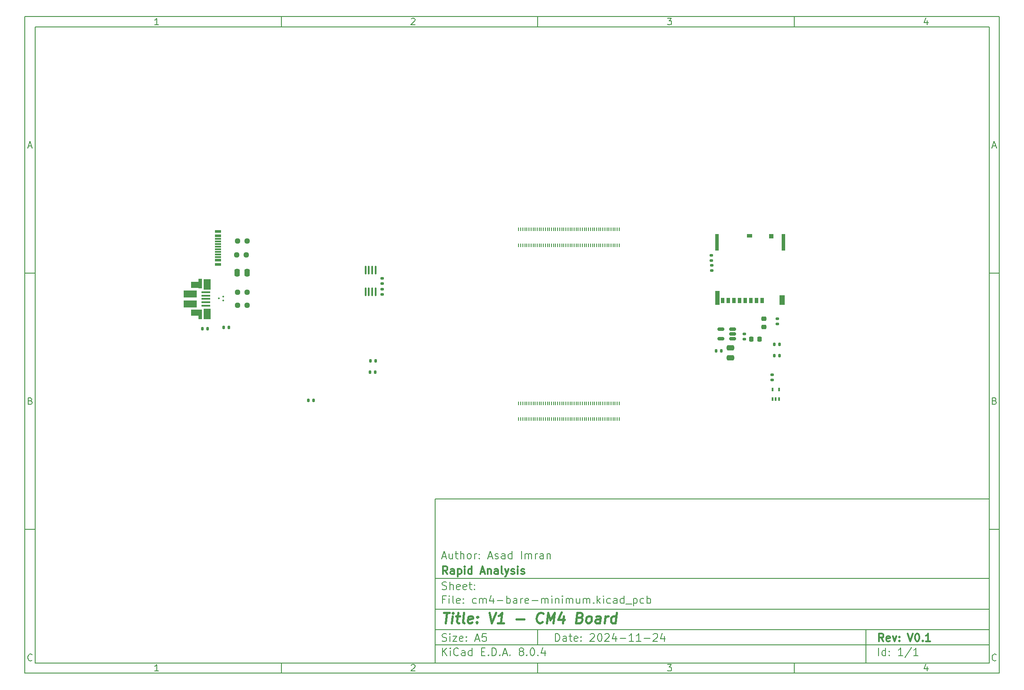
<source format=gbr>
%TF.GenerationSoftware,KiCad,Pcbnew,8.0.4*%
%TF.CreationDate,2024-11-24T10:16:15+11:00*%
%TF.ProjectId,cm4-bare-minimum,636d342d-6261-4726-952d-6d696e696d75,V0.1*%
%TF.SameCoordinates,Original*%
%TF.FileFunction,Paste,Top*%
%TF.FilePolarity,Positive*%
%FSLAX46Y46*%
G04 Gerber Fmt 4.6, Leading zero omitted, Abs format (unit mm)*
G04 Created by KiCad (PCBNEW 8.0.4) date 2024-11-24 10:16:15*
%MOMM*%
%LPD*%
G01*
G04 APERTURE LIST*
G04 Aperture macros list*
%AMRoundRect*
0 Rectangle with rounded corners*
0 $1 Rounding radius*
0 $2 $3 $4 $5 $6 $7 $8 $9 X,Y pos of 4 corners*
0 Add a 4 corners polygon primitive as box body*
4,1,4,$2,$3,$4,$5,$6,$7,$8,$9,$2,$3,0*
0 Add four circle primitives for the rounded corners*
1,1,$1+$1,$2,$3*
1,1,$1+$1,$4,$5*
1,1,$1+$1,$6,$7*
1,1,$1+$1,$8,$9*
0 Add four rect primitives between the rounded corners*
20,1,$1+$1,$2,$3,$4,$5,0*
20,1,$1+$1,$4,$5,$6,$7,0*
20,1,$1+$1,$6,$7,$8,$9,0*
20,1,$1+$1,$8,$9,$2,$3,0*%
G04 Aperture macros list end*
%ADD10C,0.100000*%
%ADD11C,0.150000*%
%ADD12C,0.300000*%
%ADD13C,0.400000*%
%ADD14RoundRect,0.135000X0.135000X0.185000X-0.135000X0.185000X-0.135000X-0.185000X0.135000X-0.185000X0*%
%ADD15RoundRect,0.140000X-0.170000X0.140000X-0.170000X-0.140000X0.170000X-0.140000X0.170000X0.140000X0*%
%ADD16RoundRect,0.237500X-0.250000X-0.237500X0.250000X-0.237500X0.250000X0.237500X-0.250000X0.237500X0*%
%ADD17RoundRect,0.135000X-0.135000X-0.185000X0.135000X-0.185000X0.135000X0.185000X-0.135000X0.185000X0*%
%ADD18RoundRect,0.140000X-0.140000X-0.170000X0.140000X-0.170000X0.140000X0.170000X-0.140000X0.170000X0*%
%ADD19RoundRect,0.218750X-0.256250X0.218750X-0.256250X-0.218750X0.256250X-0.218750X0.256250X0.218750X0*%
%ADD20RoundRect,0.135000X0.185000X-0.135000X0.185000X0.135000X-0.185000X0.135000X-0.185000X-0.135000X0*%
%ADD21RoundRect,0.135000X-0.185000X0.135000X-0.185000X-0.135000X0.185000X-0.135000X0.185000X0.135000X0*%
%ADD22RoundRect,0.218750X-0.218750X-0.256250X0.218750X-0.256250X0.218750X0.256250X-0.218750X0.256250X0*%
%ADD23RoundRect,0.100000X0.100000X-0.225000X0.100000X0.225000X-0.100000X0.225000X-0.100000X-0.225000X0*%
%ADD24RoundRect,0.100000X0.100000X-0.712500X0.100000X0.712500X-0.100000X0.712500X-0.100000X-0.712500X0*%
%ADD25R,1.150000X0.600000*%
%ADD26R,1.150000X0.300000*%
%ADD27R,0.700000X1.100000*%
%ADD28R,0.900000X0.930000*%
%ADD29R,1.050000X0.780000*%
%ADD30R,0.700000X3.330000*%
%ADD31R,1.140000X1.830000*%
%ADD32R,0.860000X2.800000*%
%ADD33RoundRect,0.250000X-0.250000X-0.475000X0.250000X-0.475000X0.250000X0.475000X-0.250000X0.475000X0*%
%ADD34RoundRect,0.150000X0.512500X0.150000X-0.512500X0.150000X-0.512500X-0.150000X0.512500X-0.150000X0*%
%ADD35R,0.200000X0.700000*%
%ADD36RoundRect,0.250000X-0.475000X0.250000X-0.475000X-0.250000X0.475000X-0.250000X0.475000X0.250000X0*%
%ADD37R,1.750000X0.400000*%
%ADD38R,0.700000X1.825000*%
%ADD39R,1.400000X2.000000*%
%ADD40R,2.000000X1.300000*%
%ADD41R,2.500000X1.425000*%
%ADD42RoundRect,0.075000X0.075000X-0.075000X0.075000X0.075000X-0.075000X0.075000X-0.075000X-0.075000X0*%
G04 APERTURE END LIST*
D10*
D11*
X90007200Y-104005800D02*
X198007200Y-104005800D01*
X198007200Y-136005800D01*
X90007200Y-136005800D01*
X90007200Y-104005800D01*
D10*
D11*
X10000000Y-10000000D02*
X200007200Y-10000000D01*
X200007200Y-138005800D01*
X10000000Y-138005800D01*
X10000000Y-10000000D01*
D10*
D11*
X12000000Y-12000000D02*
X198007200Y-12000000D01*
X198007200Y-136005800D01*
X12000000Y-136005800D01*
X12000000Y-12000000D01*
D10*
D11*
X60000000Y-12000000D02*
X60000000Y-10000000D01*
D10*
D11*
X110000000Y-12000000D02*
X110000000Y-10000000D01*
D10*
D11*
X160000000Y-12000000D02*
X160000000Y-10000000D01*
D10*
D11*
X36089160Y-11593604D02*
X35346303Y-11593604D01*
X35717731Y-11593604D02*
X35717731Y-10293604D01*
X35717731Y-10293604D02*
X35593922Y-10479319D01*
X35593922Y-10479319D02*
X35470112Y-10603128D01*
X35470112Y-10603128D02*
X35346303Y-10665033D01*
D10*
D11*
X85346303Y-10417414D02*
X85408207Y-10355509D01*
X85408207Y-10355509D02*
X85532017Y-10293604D01*
X85532017Y-10293604D02*
X85841541Y-10293604D01*
X85841541Y-10293604D02*
X85965350Y-10355509D01*
X85965350Y-10355509D02*
X86027255Y-10417414D01*
X86027255Y-10417414D02*
X86089160Y-10541223D01*
X86089160Y-10541223D02*
X86089160Y-10665033D01*
X86089160Y-10665033D02*
X86027255Y-10850747D01*
X86027255Y-10850747D02*
X85284398Y-11593604D01*
X85284398Y-11593604D02*
X86089160Y-11593604D01*
D10*
D11*
X135284398Y-10293604D02*
X136089160Y-10293604D01*
X136089160Y-10293604D02*
X135655826Y-10788842D01*
X135655826Y-10788842D02*
X135841541Y-10788842D01*
X135841541Y-10788842D02*
X135965350Y-10850747D01*
X135965350Y-10850747D02*
X136027255Y-10912652D01*
X136027255Y-10912652D02*
X136089160Y-11036461D01*
X136089160Y-11036461D02*
X136089160Y-11345985D01*
X136089160Y-11345985D02*
X136027255Y-11469795D01*
X136027255Y-11469795D02*
X135965350Y-11531700D01*
X135965350Y-11531700D02*
X135841541Y-11593604D01*
X135841541Y-11593604D02*
X135470112Y-11593604D01*
X135470112Y-11593604D02*
X135346303Y-11531700D01*
X135346303Y-11531700D02*
X135284398Y-11469795D01*
D10*
D11*
X185965350Y-10726938D02*
X185965350Y-11593604D01*
X185655826Y-10231700D02*
X185346303Y-11160271D01*
X185346303Y-11160271D02*
X186151064Y-11160271D01*
D10*
D11*
X60000000Y-136005800D02*
X60000000Y-138005800D01*
D10*
D11*
X110000000Y-136005800D02*
X110000000Y-138005800D01*
D10*
D11*
X160000000Y-136005800D02*
X160000000Y-138005800D01*
D10*
D11*
X36089160Y-137599404D02*
X35346303Y-137599404D01*
X35717731Y-137599404D02*
X35717731Y-136299404D01*
X35717731Y-136299404D02*
X35593922Y-136485119D01*
X35593922Y-136485119D02*
X35470112Y-136608928D01*
X35470112Y-136608928D02*
X35346303Y-136670833D01*
D10*
D11*
X85346303Y-136423214D02*
X85408207Y-136361309D01*
X85408207Y-136361309D02*
X85532017Y-136299404D01*
X85532017Y-136299404D02*
X85841541Y-136299404D01*
X85841541Y-136299404D02*
X85965350Y-136361309D01*
X85965350Y-136361309D02*
X86027255Y-136423214D01*
X86027255Y-136423214D02*
X86089160Y-136547023D01*
X86089160Y-136547023D02*
X86089160Y-136670833D01*
X86089160Y-136670833D02*
X86027255Y-136856547D01*
X86027255Y-136856547D02*
X85284398Y-137599404D01*
X85284398Y-137599404D02*
X86089160Y-137599404D01*
D10*
D11*
X135284398Y-136299404D02*
X136089160Y-136299404D01*
X136089160Y-136299404D02*
X135655826Y-136794642D01*
X135655826Y-136794642D02*
X135841541Y-136794642D01*
X135841541Y-136794642D02*
X135965350Y-136856547D01*
X135965350Y-136856547D02*
X136027255Y-136918452D01*
X136027255Y-136918452D02*
X136089160Y-137042261D01*
X136089160Y-137042261D02*
X136089160Y-137351785D01*
X136089160Y-137351785D02*
X136027255Y-137475595D01*
X136027255Y-137475595D02*
X135965350Y-137537500D01*
X135965350Y-137537500D02*
X135841541Y-137599404D01*
X135841541Y-137599404D02*
X135470112Y-137599404D01*
X135470112Y-137599404D02*
X135346303Y-137537500D01*
X135346303Y-137537500D02*
X135284398Y-137475595D01*
D10*
D11*
X185965350Y-136732738D02*
X185965350Y-137599404D01*
X185655826Y-136237500D02*
X185346303Y-137166071D01*
X185346303Y-137166071D02*
X186151064Y-137166071D01*
D10*
D11*
X10000000Y-60000000D02*
X12000000Y-60000000D01*
D10*
D11*
X10000000Y-110000000D02*
X12000000Y-110000000D01*
D10*
D11*
X10690476Y-35222176D02*
X11309523Y-35222176D01*
X10566666Y-35593604D02*
X10999999Y-34293604D01*
X10999999Y-34293604D02*
X11433333Y-35593604D01*
D10*
D11*
X11092857Y-84912652D02*
X11278571Y-84974557D01*
X11278571Y-84974557D02*
X11340476Y-85036461D01*
X11340476Y-85036461D02*
X11402380Y-85160271D01*
X11402380Y-85160271D02*
X11402380Y-85345985D01*
X11402380Y-85345985D02*
X11340476Y-85469795D01*
X11340476Y-85469795D02*
X11278571Y-85531700D01*
X11278571Y-85531700D02*
X11154761Y-85593604D01*
X11154761Y-85593604D02*
X10659523Y-85593604D01*
X10659523Y-85593604D02*
X10659523Y-84293604D01*
X10659523Y-84293604D02*
X11092857Y-84293604D01*
X11092857Y-84293604D02*
X11216666Y-84355509D01*
X11216666Y-84355509D02*
X11278571Y-84417414D01*
X11278571Y-84417414D02*
X11340476Y-84541223D01*
X11340476Y-84541223D02*
X11340476Y-84665033D01*
X11340476Y-84665033D02*
X11278571Y-84788842D01*
X11278571Y-84788842D02*
X11216666Y-84850747D01*
X11216666Y-84850747D02*
X11092857Y-84912652D01*
X11092857Y-84912652D02*
X10659523Y-84912652D01*
D10*
D11*
X11402380Y-135469795D02*
X11340476Y-135531700D01*
X11340476Y-135531700D02*
X11154761Y-135593604D01*
X11154761Y-135593604D02*
X11030952Y-135593604D01*
X11030952Y-135593604D02*
X10845238Y-135531700D01*
X10845238Y-135531700D02*
X10721428Y-135407890D01*
X10721428Y-135407890D02*
X10659523Y-135284080D01*
X10659523Y-135284080D02*
X10597619Y-135036461D01*
X10597619Y-135036461D02*
X10597619Y-134850747D01*
X10597619Y-134850747D02*
X10659523Y-134603128D01*
X10659523Y-134603128D02*
X10721428Y-134479319D01*
X10721428Y-134479319D02*
X10845238Y-134355509D01*
X10845238Y-134355509D02*
X11030952Y-134293604D01*
X11030952Y-134293604D02*
X11154761Y-134293604D01*
X11154761Y-134293604D02*
X11340476Y-134355509D01*
X11340476Y-134355509D02*
X11402380Y-134417414D01*
D10*
D11*
X200007200Y-60000000D02*
X198007200Y-60000000D01*
D10*
D11*
X200007200Y-110000000D02*
X198007200Y-110000000D01*
D10*
D11*
X198697676Y-35222176D02*
X199316723Y-35222176D01*
X198573866Y-35593604D02*
X199007199Y-34293604D01*
X199007199Y-34293604D02*
X199440533Y-35593604D01*
D10*
D11*
X199100057Y-84912652D02*
X199285771Y-84974557D01*
X199285771Y-84974557D02*
X199347676Y-85036461D01*
X199347676Y-85036461D02*
X199409580Y-85160271D01*
X199409580Y-85160271D02*
X199409580Y-85345985D01*
X199409580Y-85345985D02*
X199347676Y-85469795D01*
X199347676Y-85469795D02*
X199285771Y-85531700D01*
X199285771Y-85531700D02*
X199161961Y-85593604D01*
X199161961Y-85593604D02*
X198666723Y-85593604D01*
X198666723Y-85593604D02*
X198666723Y-84293604D01*
X198666723Y-84293604D02*
X199100057Y-84293604D01*
X199100057Y-84293604D02*
X199223866Y-84355509D01*
X199223866Y-84355509D02*
X199285771Y-84417414D01*
X199285771Y-84417414D02*
X199347676Y-84541223D01*
X199347676Y-84541223D02*
X199347676Y-84665033D01*
X199347676Y-84665033D02*
X199285771Y-84788842D01*
X199285771Y-84788842D02*
X199223866Y-84850747D01*
X199223866Y-84850747D02*
X199100057Y-84912652D01*
X199100057Y-84912652D02*
X198666723Y-84912652D01*
D10*
D11*
X199409580Y-135469795D02*
X199347676Y-135531700D01*
X199347676Y-135531700D02*
X199161961Y-135593604D01*
X199161961Y-135593604D02*
X199038152Y-135593604D01*
X199038152Y-135593604D02*
X198852438Y-135531700D01*
X198852438Y-135531700D02*
X198728628Y-135407890D01*
X198728628Y-135407890D02*
X198666723Y-135284080D01*
X198666723Y-135284080D02*
X198604819Y-135036461D01*
X198604819Y-135036461D02*
X198604819Y-134850747D01*
X198604819Y-134850747D02*
X198666723Y-134603128D01*
X198666723Y-134603128D02*
X198728628Y-134479319D01*
X198728628Y-134479319D02*
X198852438Y-134355509D01*
X198852438Y-134355509D02*
X199038152Y-134293604D01*
X199038152Y-134293604D02*
X199161961Y-134293604D01*
X199161961Y-134293604D02*
X199347676Y-134355509D01*
X199347676Y-134355509D02*
X199409580Y-134417414D01*
D10*
D11*
X113463026Y-131791928D02*
X113463026Y-130291928D01*
X113463026Y-130291928D02*
X113820169Y-130291928D01*
X113820169Y-130291928D02*
X114034455Y-130363357D01*
X114034455Y-130363357D02*
X114177312Y-130506214D01*
X114177312Y-130506214D02*
X114248741Y-130649071D01*
X114248741Y-130649071D02*
X114320169Y-130934785D01*
X114320169Y-130934785D02*
X114320169Y-131149071D01*
X114320169Y-131149071D02*
X114248741Y-131434785D01*
X114248741Y-131434785D02*
X114177312Y-131577642D01*
X114177312Y-131577642D02*
X114034455Y-131720500D01*
X114034455Y-131720500D02*
X113820169Y-131791928D01*
X113820169Y-131791928D02*
X113463026Y-131791928D01*
X115605884Y-131791928D02*
X115605884Y-131006214D01*
X115605884Y-131006214D02*
X115534455Y-130863357D01*
X115534455Y-130863357D02*
X115391598Y-130791928D01*
X115391598Y-130791928D02*
X115105884Y-130791928D01*
X115105884Y-130791928D02*
X114963026Y-130863357D01*
X115605884Y-131720500D02*
X115463026Y-131791928D01*
X115463026Y-131791928D02*
X115105884Y-131791928D01*
X115105884Y-131791928D02*
X114963026Y-131720500D01*
X114963026Y-131720500D02*
X114891598Y-131577642D01*
X114891598Y-131577642D02*
X114891598Y-131434785D01*
X114891598Y-131434785D02*
X114963026Y-131291928D01*
X114963026Y-131291928D02*
X115105884Y-131220500D01*
X115105884Y-131220500D02*
X115463026Y-131220500D01*
X115463026Y-131220500D02*
X115605884Y-131149071D01*
X116105884Y-130791928D02*
X116677312Y-130791928D01*
X116320169Y-130291928D02*
X116320169Y-131577642D01*
X116320169Y-131577642D02*
X116391598Y-131720500D01*
X116391598Y-131720500D02*
X116534455Y-131791928D01*
X116534455Y-131791928D02*
X116677312Y-131791928D01*
X117748741Y-131720500D02*
X117605884Y-131791928D01*
X117605884Y-131791928D02*
X117320170Y-131791928D01*
X117320170Y-131791928D02*
X117177312Y-131720500D01*
X117177312Y-131720500D02*
X117105884Y-131577642D01*
X117105884Y-131577642D02*
X117105884Y-131006214D01*
X117105884Y-131006214D02*
X117177312Y-130863357D01*
X117177312Y-130863357D02*
X117320170Y-130791928D01*
X117320170Y-130791928D02*
X117605884Y-130791928D01*
X117605884Y-130791928D02*
X117748741Y-130863357D01*
X117748741Y-130863357D02*
X117820170Y-131006214D01*
X117820170Y-131006214D02*
X117820170Y-131149071D01*
X117820170Y-131149071D02*
X117105884Y-131291928D01*
X118463026Y-131649071D02*
X118534455Y-131720500D01*
X118534455Y-131720500D02*
X118463026Y-131791928D01*
X118463026Y-131791928D02*
X118391598Y-131720500D01*
X118391598Y-131720500D02*
X118463026Y-131649071D01*
X118463026Y-131649071D02*
X118463026Y-131791928D01*
X118463026Y-130863357D02*
X118534455Y-130934785D01*
X118534455Y-130934785D02*
X118463026Y-131006214D01*
X118463026Y-131006214D02*
X118391598Y-130934785D01*
X118391598Y-130934785D02*
X118463026Y-130863357D01*
X118463026Y-130863357D02*
X118463026Y-131006214D01*
X120248741Y-130434785D02*
X120320169Y-130363357D01*
X120320169Y-130363357D02*
X120463027Y-130291928D01*
X120463027Y-130291928D02*
X120820169Y-130291928D01*
X120820169Y-130291928D02*
X120963027Y-130363357D01*
X120963027Y-130363357D02*
X121034455Y-130434785D01*
X121034455Y-130434785D02*
X121105884Y-130577642D01*
X121105884Y-130577642D02*
X121105884Y-130720500D01*
X121105884Y-130720500D02*
X121034455Y-130934785D01*
X121034455Y-130934785D02*
X120177312Y-131791928D01*
X120177312Y-131791928D02*
X121105884Y-131791928D01*
X122034455Y-130291928D02*
X122177312Y-130291928D01*
X122177312Y-130291928D02*
X122320169Y-130363357D01*
X122320169Y-130363357D02*
X122391598Y-130434785D01*
X122391598Y-130434785D02*
X122463026Y-130577642D01*
X122463026Y-130577642D02*
X122534455Y-130863357D01*
X122534455Y-130863357D02*
X122534455Y-131220500D01*
X122534455Y-131220500D02*
X122463026Y-131506214D01*
X122463026Y-131506214D02*
X122391598Y-131649071D01*
X122391598Y-131649071D02*
X122320169Y-131720500D01*
X122320169Y-131720500D02*
X122177312Y-131791928D01*
X122177312Y-131791928D02*
X122034455Y-131791928D01*
X122034455Y-131791928D02*
X121891598Y-131720500D01*
X121891598Y-131720500D02*
X121820169Y-131649071D01*
X121820169Y-131649071D02*
X121748740Y-131506214D01*
X121748740Y-131506214D02*
X121677312Y-131220500D01*
X121677312Y-131220500D02*
X121677312Y-130863357D01*
X121677312Y-130863357D02*
X121748740Y-130577642D01*
X121748740Y-130577642D02*
X121820169Y-130434785D01*
X121820169Y-130434785D02*
X121891598Y-130363357D01*
X121891598Y-130363357D02*
X122034455Y-130291928D01*
X123105883Y-130434785D02*
X123177311Y-130363357D01*
X123177311Y-130363357D02*
X123320169Y-130291928D01*
X123320169Y-130291928D02*
X123677311Y-130291928D01*
X123677311Y-130291928D02*
X123820169Y-130363357D01*
X123820169Y-130363357D02*
X123891597Y-130434785D01*
X123891597Y-130434785D02*
X123963026Y-130577642D01*
X123963026Y-130577642D02*
X123963026Y-130720500D01*
X123963026Y-130720500D02*
X123891597Y-130934785D01*
X123891597Y-130934785D02*
X123034454Y-131791928D01*
X123034454Y-131791928D02*
X123963026Y-131791928D01*
X125248740Y-130791928D02*
X125248740Y-131791928D01*
X124891597Y-130220500D02*
X124534454Y-131291928D01*
X124534454Y-131291928D02*
X125463025Y-131291928D01*
X126034453Y-131220500D02*
X127177311Y-131220500D01*
X128677311Y-131791928D02*
X127820168Y-131791928D01*
X128248739Y-131791928D02*
X128248739Y-130291928D01*
X128248739Y-130291928D02*
X128105882Y-130506214D01*
X128105882Y-130506214D02*
X127963025Y-130649071D01*
X127963025Y-130649071D02*
X127820168Y-130720500D01*
X130105882Y-131791928D02*
X129248739Y-131791928D01*
X129677310Y-131791928D02*
X129677310Y-130291928D01*
X129677310Y-130291928D02*
X129534453Y-130506214D01*
X129534453Y-130506214D02*
X129391596Y-130649071D01*
X129391596Y-130649071D02*
X129248739Y-130720500D01*
X130748738Y-131220500D02*
X131891596Y-131220500D01*
X132534453Y-130434785D02*
X132605881Y-130363357D01*
X132605881Y-130363357D02*
X132748739Y-130291928D01*
X132748739Y-130291928D02*
X133105881Y-130291928D01*
X133105881Y-130291928D02*
X133248739Y-130363357D01*
X133248739Y-130363357D02*
X133320167Y-130434785D01*
X133320167Y-130434785D02*
X133391596Y-130577642D01*
X133391596Y-130577642D02*
X133391596Y-130720500D01*
X133391596Y-130720500D02*
X133320167Y-130934785D01*
X133320167Y-130934785D02*
X132463024Y-131791928D01*
X132463024Y-131791928D02*
X133391596Y-131791928D01*
X134677310Y-130791928D02*
X134677310Y-131791928D01*
X134320167Y-130220500D02*
X133963024Y-131291928D01*
X133963024Y-131291928D02*
X134891595Y-131291928D01*
D10*
D11*
X90007200Y-132505800D02*
X198007200Y-132505800D01*
D10*
D11*
X91463026Y-134591928D02*
X91463026Y-133091928D01*
X92320169Y-134591928D02*
X91677312Y-133734785D01*
X92320169Y-133091928D02*
X91463026Y-133949071D01*
X92963026Y-134591928D02*
X92963026Y-133591928D01*
X92963026Y-133091928D02*
X92891598Y-133163357D01*
X92891598Y-133163357D02*
X92963026Y-133234785D01*
X92963026Y-133234785D02*
X93034455Y-133163357D01*
X93034455Y-133163357D02*
X92963026Y-133091928D01*
X92963026Y-133091928D02*
X92963026Y-133234785D01*
X94534455Y-134449071D02*
X94463027Y-134520500D01*
X94463027Y-134520500D02*
X94248741Y-134591928D01*
X94248741Y-134591928D02*
X94105884Y-134591928D01*
X94105884Y-134591928D02*
X93891598Y-134520500D01*
X93891598Y-134520500D02*
X93748741Y-134377642D01*
X93748741Y-134377642D02*
X93677312Y-134234785D01*
X93677312Y-134234785D02*
X93605884Y-133949071D01*
X93605884Y-133949071D02*
X93605884Y-133734785D01*
X93605884Y-133734785D02*
X93677312Y-133449071D01*
X93677312Y-133449071D02*
X93748741Y-133306214D01*
X93748741Y-133306214D02*
X93891598Y-133163357D01*
X93891598Y-133163357D02*
X94105884Y-133091928D01*
X94105884Y-133091928D02*
X94248741Y-133091928D01*
X94248741Y-133091928D02*
X94463027Y-133163357D01*
X94463027Y-133163357D02*
X94534455Y-133234785D01*
X95820170Y-134591928D02*
X95820170Y-133806214D01*
X95820170Y-133806214D02*
X95748741Y-133663357D01*
X95748741Y-133663357D02*
X95605884Y-133591928D01*
X95605884Y-133591928D02*
X95320170Y-133591928D01*
X95320170Y-133591928D02*
X95177312Y-133663357D01*
X95820170Y-134520500D02*
X95677312Y-134591928D01*
X95677312Y-134591928D02*
X95320170Y-134591928D01*
X95320170Y-134591928D02*
X95177312Y-134520500D01*
X95177312Y-134520500D02*
X95105884Y-134377642D01*
X95105884Y-134377642D02*
X95105884Y-134234785D01*
X95105884Y-134234785D02*
X95177312Y-134091928D01*
X95177312Y-134091928D02*
X95320170Y-134020500D01*
X95320170Y-134020500D02*
X95677312Y-134020500D01*
X95677312Y-134020500D02*
X95820170Y-133949071D01*
X97177313Y-134591928D02*
X97177313Y-133091928D01*
X97177313Y-134520500D02*
X97034455Y-134591928D01*
X97034455Y-134591928D02*
X96748741Y-134591928D01*
X96748741Y-134591928D02*
X96605884Y-134520500D01*
X96605884Y-134520500D02*
X96534455Y-134449071D01*
X96534455Y-134449071D02*
X96463027Y-134306214D01*
X96463027Y-134306214D02*
X96463027Y-133877642D01*
X96463027Y-133877642D02*
X96534455Y-133734785D01*
X96534455Y-133734785D02*
X96605884Y-133663357D01*
X96605884Y-133663357D02*
X96748741Y-133591928D01*
X96748741Y-133591928D02*
X97034455Y-133591928D01*
X97034455Y-133591928D02*
X97177313Y-133663357D01*
X99034455Y-133806214D02*
X99534455Y-133806214D01*
X99748741Y-134591928D02*
X99034455Y-134591928D01*
X99034455Y-134591928D02*
X99034455Y-133091928D01*
X99034455Y-133091928D02*
X99748741Y-133091928D01*
X100391598Y-134449071D02*
X100463027Y-134520500D01*
X100463027Y-134520500D02*
X100391598Y-134591928D01*
X100391598Y-134591928D02*
X100320170Y-134520500D01*
X100320170Y-134520500D02*
X100391598Y-134449071D01*
X100391598Y-134449071D02*
X100391598Y-134591928D01*
X101105884Y-134591928D02*
X101105884Y-133091928D01*
X101105884Y-133091928D02*
X101463027Y-133091928D01*
X101463027Y-133091928D02*
X101677313Y-133163357D01*
X101677313Y-133163357D02*
X101820170Y-133306214D01*
X101820170Y-133306214D02*
X101891599Y-133449071D01*
X101891599Y-133449071D02*
X101963027Y-133734785D01*
X101963027Y-133734785D02*
X101963027Y-133949071D01*
X101963027Y-133949071D02*
X101891599Y-134234785D01*
X101891599Y-134234785D02*
X101820170Y-134377642D01*
X101820170Y-134377642D02*
X101677313Y-134520500D01*
X101677313Y-134520500D02*
X101463027Y-134591928D01*
X101463027Y-134591928D02*
X101105884Y-134591928D01*
X102605884Y-134449071D02*
X102677313Y-134520500D01*
X102677313Y-134520500D02*
X102605884Y-134591928D01*
X102605884Y-134591928D02*
X102534456Y-134520500D01*
X102534456Y-134520500D02*
X102605884Y-134449071D01*
X102605884Y-134449071D02*
X102605884Y-134591928D01*
X103248742Y-134163357D02*
X103963028Y-134163357D01*
X103105885Y-134591928D02*
X103605885Y-133091928D01*
X103605885Y-133091928D02*
X104105885Y-134591928D01*
X104605884Y-134449071D02*
X104677313Y-134520500D01*
X104677313Y-134520500D02*
X104605884Y-134591928D01*
X104605884Y-134591928D02*
X104534456Y-134520500D01*
X104534456Y-134520500D02*
X104605884Y-134449071D01*
X104605884Y-134449071D02*
X104605884Y-134591928D01*
X106677313Y-133734785D02*
X106534456Y-133663357D01*
X106534456Y-133663357D02*
X106463027Y-133591928D01*
X106463027Y-133591928D02*
X106391599Y-133449071D01*
X106391599Y-133449071D02*
X106391599Y-133377642D01*
X106391599Y-133377642D02*
X106463027Y-133234785D01*
X106463027Y-133234785D02*
X106534456Y-133163357D01*
X106534456Y-133163357D02*
X106677313Y-133091928D01*
X106677313Y-133091928D02*
X106963027Y-133091928D01*
X106963027Y-133091928D02*
X107105885Y-133163357D01*
X107105885Y-133163357D02*
X107177313Y-133234785D01*
X107177313Y-133234785D02*
X107248742Y-133377642D01*
X107248742Y-133377642D02*
X107248742Y-133449071D01*
X107248742Y-133449071D02*
X107177313Y-133591928D01*
X107177313Y-133591928D02*
X107105885Y-133663357D01*
X107105885Y-133663357D02*
X106963027Y-133734785D01*
X106963027Y-133734785D02*
X106677313Y-133734785D01*
X106677313Y-133734785D02*
X106534456Y-133806214D01*
X106534456Y-133806214D02*
X106463027Y-133877642D01*
X106463027Y-133877642D02*
X106391599Y-134020500D01*
X106391599Y-134020500D02*
X106391599Y-134306214D01*
X106391599Y-134306214D02*
X106463027Y-134449071D01*
X106463027Y-134449071D02*
X106534456Y-134520500D01*
X106534456Y-134520500D02*
X106677313Y-134591928D01*
X106677313Y-134591928D02*
X106963027Y-134591928D01*
X106963027Y-134591928D02*
X107105885Y-134520500D01*
X107105885Y-134520500D02*
X107177313Y-134449071D01*
X107177313Y-134449071D02*
X107248742Y-134306214D01*
X107248742Y-134306214D02*
X107248742Y-134020500D01*
X107248742Y-134020500D02*
X107177313Y-133877642D01*
X107177313Y-133877642D02*
X107105885Y-133806214D01*
X107105885Y-133806214D02*
X106963027Y-133734785D01*
X107891598Y-134449071D02*
X107963027Y-134520500D01*
X107963027Y-134520500D02*
X107891598Y-134591928D01*
X107891598Y-134591928D02*
X107820170Y-134520500D01*
X107820170Y-134520500D02*
X107891598Y-134449071D01*
X107891598Y-134449071D02*
X107891598Y-134591928D01*
X108891599Y-133091928D02*
X109034456Y-133091928D01*
X109034456Y-133091928D02*
X109177313Y-133163357D01*
X109177313Y-133163357D02*
X109248742Y-133234785D01*
X109248742Y-133234785D02*
X109320170Y-133377642D01*
X109320170Y-133377642D02*
X109391599Y-133663357D01*
X109391599Y-133663357D02*
X109391599Y-134020500D01*
X109391599Y-134020500D02*
X109320170Y-134306214D01*
X109320170Y-134306214D02*
X109248742Y-134449071D01*
X109248742Y-134449071D02*
X109177313Y-134520500D01*
X109177313Y-134520500D02*
X109034456Y-134591928D01*
X109034456Y-134591928D02*
X108891599Y-134591928D01*
X108891599Y-134591928D02*
X108748742Y-134520500D01*
X108748742Y-134520500D02*
X108677313Y-134449071D01*
X108677313Y-134449071D02*
X108605884Y-134306214D01*
X108605884Y-134306214D02*
X108534456Y-134020500D01*
X108534456Y-134020500D02*
X108534456Y-133663357D01*
X108534456Y-133663357D02*
X108605884Y-133377642D01*
X108605884Y-133377642D02*
X108677313Y-133234785D01*
X108677313Y-133234785D02*
X108748742Y-133163357D01*
X108748742Y-133163357D02*
X108891599Y-133091928D01*
X110034455Y-134449071D02*
X110105884Y-134520500D01*
X110105884Y-134520500D02*
X110034455Y-134591928D01*
X110034455Y-134591928D02*
X109963027Y-134520500D01*
X109963027Y-134520500D02*
X110034455Y-134449071D01*
X110034455Y-134449071D02*
X110034455Y-134591928D01*
X111391599Y-133591928D02*
X111391599Y-134591928D01*
X111034456Y-133020500D02*
X110677313Y-134091928D01*
X110677313Y-134091928D02*
X111605884Y-134091928D01*
D10*
D11*
X90007200Y-129505800D02*
X198007200Y-129505800D01*
D10*
D12*
X177418853Y-131784128D02*
X176918853Y-131069842D01*
X176561710Y-131784128D02*
X176561710Y-130284128D01*
X176561710Y-130284128D02*
X177133139Y-130284128D01*
X177133139Y-130284128D02*
X177275996Y-130355557D01*
X177275996Y-130355557D02*
X177347425Y-130426985D01*
X177347425Y-130426985D02*
X177418853Y-130569842D01*
X177418853Y-130569842D02*
X177418853Y-130784128D01*
X177418853Y-130784128D02*
X177347425Y-130926985D01*
X177347425Y-130926985D02*
X177275996Y-130998414D01*
X177275996Y-130998414D02*
X177133139Y-131069842D01*
X177133139Y-131069842D02*
X176561710Y-131069842D01*
X178633139Y-131712700D02*
X178490282Y-131784128D01*
X178490282Y-131784128D02*
X178204568Y-131784128D01*
X178204568Y-131784128D02*
X178061710Y-131712700D01*
X178061710Y-131712700D02*
X177990282Y-131569842D01*
X177990282Y-131569842D02*
X177990282Y-130998414D01*
X177990282Y-130998414D02*
X178061710Y-130855557D01*
X178061710Y-130855557D02*
X178204568Y-130784128D01*
X178204568Y-130784128D02*
X178490282Y-130784128D01*
X178490282Y-130784128D02*
X178633139Y-130855557D01*
X178633139Y-130855557D02*
X178704568Y-130998414D01*
X178704568Y-130998414D02*
X178704568Y-131141271D01*
X178704568Y-131141271D02*
X177990282Y-131284128D01*
X179204567Y-130784128D02*
X179561710Y-131784128D01*
X179561710Y-131784128D02*
X179918853Y-130784128D01*
X180490281Y-131641271D02*
X180561710Y-131712700D01*
X180561710Y-131712700D02*
X180490281Y-131784128D01*
X180490281Y-131784128D02*
X180418853Y-131712700D01*
X180418853Y-131712700D02*
X180490281Y-131641271D01*
X180490281Y-131641271D02*
X180490281Y-131784128D01*
X180490281Y-130855557D02*
X180561710Y-130926985D01*
X180561710Y-130926985D02*
X180490281Y-130998414D01*
X180490281Y-130998414D02*
X180418853Y-130926985D01*
X180418853Y-130926985D02*
X180490281Y-130855557D01*
X180490281Y-130855557D02*
X180490281Y-130998414D01*
X182133139Y-130284128D02*
X182633139Y-131784128D01*
X182633139Y-131784128D02*
X183133139Y-130284128D01*
X183918853Y-130284128D02*
X184061710Y-130284128D01*
X184061710Y-130284128D02*
X184204567Y-130355557D01*
X184204567Y-130355557D02*
X184275996Y-130426985D01*
X184275996Y-130426985D02*
X184347424Y-130569842D01*
X184347424Y-130569842D02*
X184418853Y-130855557D01*
X184418853Y-130855557D02*
X184418853Y-131212700D01*
X184418853Y-131212700D02*
X184347424Y-131498414D01*
X184347424Y-131498414D02*
X184275996Y-131641271D01*
X184275996Y-131641271D02*
X184204567Y-131712700D01*
X184204567Y-131712700D02*
X184061710Y-131784128D01*
X184061710Y-131784128D02*
X183918853Y-131784128D01*
X183918853Y-131784128D02*
X183775996Y-131712700D01*
X183775996Y-131712700D02*
X183704567Y-131641271D01*
X183704567Y-131641271D02*
X183633138Y-131498414D01*
X183633138Y-131498414D02*
X183561710Y-131212700D01*
X183561710Y-131212700D02*
X183561710Y-130855557D01*
X183561710Y-130855557D02*
X183633138Y-130569842D01*
X183633138Y-130569842D02*
X183704567Y-130426985D01*
X183704567Y-130426985D02*
X183775996Y-130355557D01*
X183775996Y-130355557D02*
X183918853Y-130284128D01*
X185061709Y-131641271D02*
X185133138Y-131712700D01*
X185133138Y-131712700D02*
X185061709Y-131784128D01*
X185061709Y-131784128D02*
X184990281Y-131712700D01*
X184990281Y-131712700D02*
X185061709Y-131641271D01*
X185061709Y-131641271D02*
X185061709Y-131784128D01*
X186561710Y-131784128D02*
X185704567Y-131784128D01*
X186133138Y-131784128D02*
X186133138Y-130284128D01*
X186133138Y-130284128D02*
X185990281Y-130498414D01*
X185990281Y-130498414D02*
X185847424Y-130641271D01*
X185847424Y-130641271D02*
X185704567Y-130712700D01*
D10*
D11*
X91391598Y-131720500D02*
X91605884Y-131791928D01*
X91605884Y-131791928D02*
X91963026Y-131791928D01*
X91963026Y-131791928D02*
X92105884Y-131720500D01*
X92105884Y-131720500D02*
X92177312Y-131649071D01*
X92177312Y-131649071D02*
X92248741Y-131506214D01*
X92248741Y-131506214D02*
X92248741Y-131363357D01*
X92248741Y-131363357D02*
X92177312Y-131220500D01*
X92177312Y-131220500D02*
X92105884Y-131149071D01*
X92105884Y-131149071D02*
X91963026Y-131077642D01*
X91963026Y-131077642D02*
X91677312Y-131006214D01*
X91677312Y-131006214D02*
X91534455Y-130934785D01*
X91534455Y-130934785D02*
X91463026Y-130863357D01*
X91463026Y-130863357D02*
X91391598Y-130720500D01*
X91391598Y-130720500D02*
X91391598Y-130577642D01*
X91391598Y-130577642D02*
X91463026Y-130434785D01*
X91463026Y-130434785D02*
X91534455Y-130363357D01*
X91534455Y-130363357D02*
X91677312Y-130291928D01*
X91677312Y-130291928D02*
X92034455Y-130291928D01*
X92034455Y-130291928D02*
X92248741Y-130363357D01*
X92891597Y-131791928D02*
X92891597Y-130791928D01*
X92891597Y-130291928D02*
X92820169Y-130363357D01*
X92820169Y-130363357D02*
X92891597Y-130434785D01*
X92891597Y-130434785D02*
X92963026Y-130363357D01*
X92963026Y-130363357D02*
X92891597Y-130291928D01*
X92891597Y-130291928D02*
X92891597Y-130434785D01*
X93463026Y-130791928D02*
X94248741Y-130791928D01*
X94248741Y-130791928D02*
X93463026Y-131791928D01*
X93463026Y-131791928D02*
X94248741Y-131791928D01*
X95391598Y-131720500D02*
X95248741Y-131791928D01*
X95248741Y-131791928D02*
X94963027Y-131791928D01*
X94963027Y-131791928D02*
X94820169Y-131720500D01*
X94820169Y-131720500D02*
X94748741Y-131577642D01*
X94748741Y-131577642D02*
X94748741Y-131006214D01*
X94748741Y-131006214D02*
X94820169Y-130863357D01*
X94820169Y-130863357D02*
X94963027Y-130791928D01*
X94963027Y-130791928D02*
X95248741Y-130791928D01*
X95248741Y-130791928D02*
X95391598Y-130863357D01*
X95391598Y-130863357D02*
X95463027Y-131006214D01*
X95463027Y-131006214D02*
X95463027Y-131149071D01*
X95463027Y-131149071D02*
X94748741Y-131291928D01*
X96105883Y-131649071D02*
X96177312Y-131720500D01*
X96177312Y-131720500D02*
X96105883Y-131791928D01*
X96105883Y-131791928D02*
X96034455Y-131720500D01*
X96034455Y-131720500D02*
X96105883Y-131649071D01*
X96105883Y-131649071D02*
X96105883Y-131791928D01*
X96105883Y-130863357D02*
X96177312Y-130934785D01*
X96177312Y-130934785D02*
X96105883Y-131006214D01*
X96105883Y-131006214D02*
X96034455Y-130934785D01*
X96034455Y-130934785D02*
X96105883Y-130863357D01*
X96105883Y-130863357D02*
X96105883Y-131006214D01*
X97891598Y-131363357D02*
X98605884Y-131363357D01*
X97748741Y-131791928D02*
X98248741Y-130291928D01*
X98248741Y-130291928D02*
X98748741Y-131791928D01*
X99963026Y-130291928D02*
X99248740Y-130291928D01*
X99248740Y-130291928D02*
X99177312Y-131006214D01*
X99177312Y-131006214D02*
X99248740Y-130934785D01*
X99248740Y-130934785D02*
X99391598Y-130863357D01*
X99391598Y-130863357D02*
X99748740Y-130863357D01*
X99748740Y-130863357D02*
X99891598Y-130934785D01*
X99891598Y-130934785D02*
X99963026Y-131006214D01*
X99963026Y-131006214D02*
X100034455Y-131149071D01*
X100034455Y-131149071D02*
X100034455Y-131506214D01*
X100034455Y-131506214D02*
X99963026Y-131649071D01*
X99963026Y-131649071D02*
X99891598Y-131720500D01*
X99891598Y-131720500D02*
X99748740Y-131791928D01*
X99748740Y-131791928D02*
X99391598Y-131791928D01*
X99391598Y-131791928D02*
X99248740Y-131720500D01*
X99248740Y-131720500D02*
X99177312Y-131649071D01*
D10*
D11*
X176463026Y-134591928D02*
X176463026Y-133091928D01*
X177820170Y-134591928D02*
X177820170Y-133091928D01*
X177820170Y-134520500D02*
X177677312Y-134591928D01*
X177677312Y-134591928D02*
X177391598Y-134591928D01*
X177391598Y-134591928D02*
X177248741Y-134520500D01*
X177248741Y-134520500D02*
X177177312Y-134449071D01*
X177177312Y-134449071D02*
X177105884Y-134306214D01*
X177105884Y-134306214D02*
X177105884Y-133877642D01*
X177105884Y-133877642D02*
X177177312Y-133734785D01*
X177177312Y-133734785D02*
X177248741Y-133663357D01*
X177248741Y-133663357D02*
X177391598Y-133591928D01*
X177391598Y-133591928D02*
X177677312Y-133591928D01*
X177677312Y-133591928D02*
X177820170Y-133663357D01*
X178534455Y-134449071D02*
X178605884Y-134520500D01*
X178605884Y-134520500D02*
X178534455Y-134591928D01*
X178534455Y-134591928D02*
X178463027Y-134520500D01*
X178463027Y-134520500D02*
X178534455Y-134449071D01*
X178534455Y-134449071D02*
X178534455Y-134591928D01*
X178534455Y-133663357D02*
X178605884Y-133734785D01*
X178605884Y-133734785D02*
X178534455Y-133806214D01*
X178534455Y-133806214D02*
X178463027Y-133734785D01*
X178463027Y-133734785D02*
X178534455Y-133663357D01*
X178534455Y-133663357D02*
X178534455Y-133806214D01*
X181177313Y-134591928D02*
X180320170Y-134591928D01*
X180748741Y-134591928D02*
X180748741Y-133091928D01*
X180748741Y-133091928D02*
X180605884Y-133306214D01*
X180605884Y-133306214D02*
X180463027Y-133449071D01*
X180463027Y-133449071D02*
X180320170Y-133520500D01*
X182891598Y-133020500D02*
X181605884Y-134949071D01*
X184177313Y-134591928D02*
X183320170Y-134591928D01*
X183748741Y-134591928D02*
X183748741Y-133091928D01*
X183748741Y-133091928D02*
X183605884Y-133306214D01*
X183605884Y-133306214D02*
X183463027Y-133449071D01*
X183463027Y-133449071D02*
X183320170Y-133520500D01*
D10*
D11*
X90007200Y-125505800D02*
X198007200Y-125505800D01*
D10*
D13*
X91698928Y-126210238D02*
X92841785Y-126210238D01*
X92020357Y-128210238D02*
X92270357Y-126210238D01*
X93258452Y-128210238D02*
X93425119Y-126876904D01*
X93508452Y-126210238D02*
X93401309Y-126305476D01*
X93401309Y-126305476D02*
X93484643Y-126400714D01*
X93484643Y-126400714D02*
X93591786Y-126305476D01*
X93591786Y-126305476D02*
X93508452Y-126210238D01*
X93508452Y-126210238D02*
X93484643Y-126400714D01*
X94091786Y-126876904D02*
X94853690Y-126876904D01*
X94460833Y-126210238D02*
X94246548Y-127924523D01*
X94246548Y-127924523D02*
X94317976Y-128115000D01*
X94317976Y-128115000D02*
X94496548Y-128210238D01*
X94496548Y-128210238D02*
X94687024Y-128210238D01*
X95639405Y-128210238D02*
X95460833Y-128115000D01*
X95460833Y-128115000D02*
X95389405Y-127924523D01*
X95389405Y-127924523D02*
X95603690Y-126210238D01*
X97175119Y-128115000D02*
X96972738Y-128210238D01*
X96972738Y-128210238D02*
X96591785Y-128210238D01*
X96591785Y-128210238D02*
X96413214Y-128115000D01*
X96413214Y-128115000D02*
X96341785Y-127924523D01*
X96341785Y-127924523D02*
X96437024Y-127162619D01*
X96437024Y-127162619D02*
X96556071Y-126972142D01*
X96556071Y-126972142D02*
X96758452Y-126876904D01*
X96758452Y-126876904D02*
X97139404Y-126876904D01*
X97139404Y-126876904D02*
X97317976Y-126972142D01*
X97317976Y-126972142D02*
X97389404Y-127162619D01*
X97389404Y-127162619D02*
X97365595Y-127353095D01*
X97365595Y-127353095D02*
X96389404Y-127543571D01*
X98139405Y-128019761D02*
X98222738Y-128115000D01*
X98222738Y-128115000D02*
X98115595Y-128210238D01*
X98115595Y-128210238D02*
X98032262Y-128115000D01*
X98032262Y-128115000D02*
X98139405Y-128019761D01*
X98139405Y-128019761D02*
X98115595Y-128210238D01*
X98270357Y-126972142D02*
X98353690Y-127067380D01*
X98353690Y-127067380D02*
X98246548Y-127162619D01*
X98246548Y-127162619D02*
X98163214Y-127067380D01*
X98163214Y-127067380D02*
X98270357Y-126972142D01*
X98270357Y-126972142D02*
X98246548Y-127162619D01*
X100556072Y-126210238D02*
X100972739Y-128210238D01*
X100972739Y-128210238D02*
X101889405Y-126210238D01*
X103353691Y-128210238D02*
X102210834Y-128210238D01*
X102782263Y-128210238D02*
X103032263Y-126210238D01*
X103032263Y-126210238D02*
X102806072Y-126495952D01*
X102806072Y-126495952D02*
X102591787Y-126686428D01*
X102591787Y-126686428D02*
X102389406Y-126781666D01*
X105829882Y-127448333D02*
X107353692Y-127448333D01*
X110901311Y-128019761D02*
X110794168Y-128115000D01*
X110794168Y-128115000D02*
X110496549Y-128210238D01*
X110496549Y-128210238D02*
X110306073Y-128210238D01*
X110306073Y-128210238D02*
X110032263Y-128115000D01*
X110032263Y-128115000D02*
X109865597Y-127924523D01*
X109865597Y-127924523D02*
X109794168Y-127734047D01*
X109794168Y-127734047D02*
X109746549Y-127353095D01*
X109746549Y-127353095D02*
X109782263Y-127067380D01*
X109782263Y-127067380D02*
X109925120Y-126686428D01*
X109925120Y-126686428D02*
X110044168Y-126495952D01*
X110044168Y-126495952D02*
X110258454Y-126305476D01*
X110258454Y-126305476D02*
X110556073Y-126210238D01*
X110556073Y-126210238D02*
X110746549Y-126210238D01*
X110746549Y-126210238D02*
X111020359Y-126305476D01*
X111020359Y-126305476D02*
X111103692Y-126400714D01*
X111734644Y-128210238D02*
X111984644Y-126210238D01*
X111984644Y-126210238D02*
X112472739Y-127638809D01*
X112472739Y-127638809D02*
X113317978Y-126210238D01*
X113317978Y-126210238D02*
X113067978Y-128210238D01*
X115044168Y-126876904D02*
X114877501Y-128210238D01*
X114663215Y-126115000D02*
X114008453Y-127543571D01*
X114008453Y-127543571D02*
X115246549Y-127543571D01*
X118246549Y-127162619D02*
X118520359Y-127257857D01*
X118520359Y-127257857D02*
X118603692Y-127353095D01*
X118603692Y-127353095D02*
X118675121Y-127543571D01*
X118675121Y-127543571D02*
X118639406Y-127829285D01*
X118639406Y-127829285D02*
X118520359Y-128019761D01*
X118520359Y-128019761D02*
X118413216Y-128115000D01*
X118413216Y-128115000D02*
X118210835Y-128210238D01*
X118210835Y-128210238D02*
X117448930Y-128210238D01*
X117448930Y-128210238D02*
X117698930Y-126210238D01*
X117698930Y-126210238D02*
X118365597Y-126210238D01*
X118365597Y-126210238D02*
X118544168Y-126305476D01*
X118544168Y-126305476D02*
X118627502Y-126400714D01*
X118627502Y-126400714D02*
X118698930Y-126591190D01*
X118698930Y-126591190D02*
X118675121Y-126781666D01*
X118675121Y-126781666D02*
X118556073Y-126972142D01*
X118556073Y-126972142D02*
X118448930Y-127067380D01*
X118448930Y-127067380D02*
X118246549Y-127162619D01*
X118246549Y-127162619D02*
X117579883Y-127162619D01*
X119734645Y-128210238D02*
X119556073Y-128115000D01*
X119556073Y-128115000D02*
X119472740Y-128019761D01*
X119472740Y-128019761D02*
X119401311Y-127829285D01*
X119401311Y-127829285D02*
X119472740Y-127257857D01*
X119472740Y-127257857D02*
X119591787Y-127067380D01*
X119591787Y-127067380D02*
X119698930Y-126972142D01*
X119698930Y-126972142D02*
X119901311Y-126876904D01*
X119901311Y-126876904D02*
X120187025Y-126876904D01*
X120187025Y-126876904D02*
X120365597Y-126972142D01*
X120365597Y-126972142D02*
X120448930Y-127067380D01*
X120448930Y-127067380D02*
X120520359Y-127257857D01*
X120520359Y-127257857D02*
X120448930Y-127829285D01*
X120448930Y-127829285D02*
X120329883Y-128019761D01*
X120329883Y-128019761D02*
X120222740Y-128115000D01*
X120222740Y-128115000D02*
X120020359Y-128210238D01*
X120020359Y-128210238D02*
X119734645Y-128210238D01*
X122115597Y-128210238D02*
X122246549Y-127162619D01*
X122246549Y-127162619D02*
X122175121Y-126972142D01*
X122175121Y-126972142D02*
X121996549Y-126876904D01*
X121996549Y-126876904D02*
X121615597Y-126876904D01*
X121615597Y-126876904D02*
X121413216Y-126972142D01*
X122127502Y-128115000D02*
X121925121Y-128210238D01*
X121925121Y-128210238D02*
X121448930Y-128210238D01*
X121448930Y-128210238D02*
X121270359Y-128115000D01*
X121270359Y-128115000D02*
X121198930Y-127924523D01*
X121198930Y-127924523D02*
X121222740Y-127734047D01*
X121222740Y-127734047D02*
X121341788Y-127543571D01*
X121341788Y-127543571D02*
X121544169Y-127448333D01*
X121544169Y-127448333D02*
X122020359Y-127448333D01*
X122020359Y-127448333D02*
X122222740Y-127353095D01*
X123067978Y-128210238D02*
X123234645Y-126876904D01*
X123187026Y-127257857D02*
X123306073Y-127067380D01*
X123306073Y-127067380D02*
X123413216Y-126972142D01*
X123413216Y-126972142D02*
X123615597Y-126876904D01*
X123615597Y-126876904D02*
X123806073Y-126876904D01*
X125163216Y-128210238D02*
X125413216Y-126210238D01*
X125175121Y-128115000D02*
X124972740Y-128210238D01*
X124972740Y-128210238D02*
X124591788Y-128210238D01*
X124591788Y-128210238D02*
X124413216Y-128115000D01*
X124413216Y-128115000D02*
X124329883Y-128019761D01*
X124329883Y-128019761D02*
X124258454Y-127829285D01*
X124258454Y-127829285D02*
X124329883Y-127257857D01*
X124329883Y-127257857D02*
X124448930Y-127067380D01*
X124448930Y-127067380D02*
X124556073Y-126972142D01*
X124556073Y-126972142D02*
X124758454Y-126876904D01*
X124758454Y-126876904D02*
X125139407Y-126876904D01*
X125139407Y-126876904D02*
X125317978Y-126972142D01*
D10*
D11*
X91963026Y-123606214D02*
X91463026Y-123606214D01*
X91463026Y-124391928D02*
X91463026Y-122891928D01*
X91463026Y-122891928D02*
X92177312Y-122891928D01*
X92748740Y-124391928D02*
X92748740Y-123391928D01*
X92748740Y-122891928D02*
X92677312Y-122963357D01*
X92677312Y-122963357D02*
X92748740Y-123034785D01*
X92748740Y-123034785D02*
X92820169Y-122963357D01*
X92820169Y-122963357D02*
X92748740Y-122891928D01*
X92748740Y-122891928D02*
X92748740Y-123034785D01*
X93677312Y-124391928D02*
X93534455Y-124320500D01*
X93534455Y-124320500D02*
X93463026Y-124177642D01*
X93463026Y-124177642D02*
X93463026Y-122891928D01*
X94820169Y-124320500D02*
X94677312Y-124391928D01*
X94677312Y-124391928D02*
X94391598Y-124391928D01*
X94391598Y-124391928D02*
X94248740Y-124320500D01*
X94248740Y-124320500D02*
X94177312Y-124177642D01*
X94177312Y-124177642D02*
X94177312Y-123606214D01*
X94177312Y-123606214D02*
X94248740Y-123463357D01*
X94248740Y-123463357D02*
X94391598Y-123391928D01*
X94391598Y-123391928D02*
X94677312Y-123391928D01*
X94677312Y-123391928D02*
X94820169Y-123463357D01*
X94820169Y-123463357D02*
X94891598Y-123606214D01*
X94891598Y-123606214D02*
X94891598Y-123749071D01*
X94891598Y-123749071D02*
X94177312Y-123891928D01*
X95534454Y-124249071D02*
X95605883Y-124320500D01*
X95605883Y-124320500D02*
X95534454Y-124391928D01*
X95534454Y-124391928D02*
X95463026Y-124320500D01*
X95463026Y-124320500D02*
X95534454Y-124249071D01*
X95534454Y-124249071D02*
X95534454Y-124391928D01*
X95534454Y-123463357D02*
X95605883Y-123534785D01*
X95605883Y-123534785D02*
X95534454Y-123606214D01*
X95534454Y-123606214D02*
X95463026Y-123534785D01*
X95463026Y-123534785D02*
X95534454Y-123463357D01*
X95534454Y-123463357D02*
X95534454Y-123606214D01*
X98034455Y-124320500D02*
X97891597Y-124391928D01*
X97891597Y-124391928D02*
X97605883Y-124391928D01*
X97605883Y-124391928D02*
X97463026Y-124320500D01*
X97463026Y-124320500D02*
X97391597Y-124249071D01*
X97391597Y-124249071D02*
X97320169Y-124106214D01*
X97320169Y-124106214D02*
X97320169Y-123677642D01*
X97320169Y-123677642D02*
X97391597Y-123534785D01*
X97391597Y-123534785D02*
X97463026Y-123463357D01*
X97463026Y-123463357D02*
X97605883Y-123391928D01*
X97605883Y-123391928D02*
X97891597Y-123391928D01*
X97891597Y-123391928D02*
X98034455Y-123463357D01*
X98677311Y-124391928D02*
X98677311Y-123391928D01*
X98677311Y-123534785D02*
X98748740Y-123463357D01*
X98748740Y-123463357D02*
X98891597Y-123391928D01*
X98891597Y-123391928D02*
X99105883Y-123391928D01*
X99105883Y-123391928D02*
X99248740Y-123463357D01*
X99248740Y-123463357D02*
X99320169Y-123606214D01*
X99320169Y-123606214D02*
X99320169Y-124391928D01*
X99320169Y-123606214D02*
X99391597Y-123463357D01*
X99391597Y-123463357D02*
X99534454Y-123391928D01*
X99534454Y-123391928D02*
X99748740Y-123391928D01*
X99748740Y-123391928D02*
X99891597Y-123463357D01*
X99891597Y-123463357D02*
X99963026Y-123606214D01*
X99963026Y-123606214D02*
X99963026Y-124391928D01*
X101320169Y-123391928D02*
X101320169Y-124391928D01*
X100963026Y-122820500D02*
X100605883Y-123891928D01*
X100605883Y-123891928D02*
X101534454Y-123891928D01*
X102105882Y-123820500D02*
X103248740Y-123820500D01*
X103963025Y-124391928D02*
X103963025Y-122891928D01*
X103963025Y-123463357D02*
X104105883Y-123391928D01*
X104105883Y-123391928D02*
X104391597Y-123391928D01*
X104391597Y-123391928D02*
X104534454Y-123463357D01*
X104534454Y-123463357D02*
X104605883Y-123534785D01*
X104605883Y-123534785D02*
X104677311Y-123677642D01*
X104677311Y-123677642D02*
X104677311Y-124106214D01*
X104677311Y-124106214D02*
X104605883Y-124249071D01*
X104605883Y-124249071D02*
X104534454Y-124320500D01*
X104534454Y-124320500D02*
X104391597Y-124391928D01*
X104391597Y-124391928D02*
X104105883Y-124391928D01*
X104105883Y-124391928D02*
X103963025Y-124320500D01*
X105963026Y-124391928D02*
X105963026Y-123606214D01*
X105963026Y-123606214D02*
X105891597Y-123463357D01*
X105891597Y-123463357D02*
X105748740Y-123391928D01*
X105748740Y-123391928D02*
X105463026Y-123391928D01*
X105463026Y-123391928D02*
X105320168Y-123463357D01*
X105963026Y-124320500D02*
X105820168Y-124391928D01*
X105820168Y-124391928D02*
X105463026Y-124391928D01*
X105463026Y-124391928D02*
X105320168Y-124320500D01*
X105320168Y-124320500D02*
X105248740Y-124177642D01*
X105248740Y-124177642D02*
X105248740Y-124034785D01*
X105248740Y-124034785D02*
X105320168Y-123891928D01*
X105320168Y-123891928D02*
X105463026Y-123820500D01*
X105463026Y-123820500D02*
X105820168Y-123820500D01*
X105820168Y-123820500D02*
X105963026Y-123749071D01*
X106677311Y-124391928D02*
X106677311Y-123391928D01*
X106677311Y-123677642D02*
X106748740Y-123534785D01*
X106748740Y-123534785D02*
X106820169Y-123463357D01*
X106820169Y-123463357D02*
X106963026Y-123391928D01*
X106963026Y-123391928D02*
X107105883Y-123391928D01*
X108177311Y-124320500D02*
X108034454Y-124391928D01*
X108034454Y-124391928D02*
X107748740Y-124391928D01*
X107748740Y-124391928D02*
X107605882Y-124320500D01*
X107605882Y-124320500D02*
X107534454Y-124177642D01*
X107534454Y-124177642D02*
X107534454Y-123606214D01*
X107534454Y-123606214D02*
X107605882Y-123463357D01*
X107605882Y-123463357D02*
X107748740Y-123391928D01*
X107748740Y-123391928D02*
X108034454Y-123391928D01*
X108034454Y-123391928D02*
X108177311Y-123463357D01*
X108177311Y-123463357D02*
X108248740Y-123606214D01*
X108248740Y-123606214D02*
X108248740Y-123749071D01*
X108248740Y-123749071D02*
X107534454Y-123891928D01*
X108891596Y-123820500D02*
X110034454Y-123820500D01*
X110748739Y-124391928D02*
X110748739Y-123391928D01*
X110748739Y-123534785D02*
X110820168Y-123463357D01*
X110820168Y-123463357D02*
X110963025Y-123391928D01*
X110963025Y-123391928D02*
X111177311Y-123391928D01*
X111177311Y-123391928D02*
X111320168Y-123463357D01*
X111320168Y-123463357D02*
X111391597Y-123606214D01*
X111391597Y-123606214D02*
X111391597Y-124391928D01*
X111391597Y-123606214D02*
X111463025Y-123463357D01*
X111463025Y-123463357D02*
X111605882Y-123391928D01*
X111605882Y-123391928D02*
X111820168Y-123391928D01*
X111820168Y-123391928D02*
X111963025Y-123463357D01*
X111963025Y-123463357D02*
X112034454Y-123606214D01*
X112034454Y-123606214D02*
X112034454Y-124391928D01*
X112748739Y-124391928D02*
X112748739Y-123391928D01*
X112748739Y-122891928D02*
X112677311Y-122963357D01*
X112677311Y-122963357D02*
X112748739Y-123034785D01*
X112748739Y-123034785D02*
X112820168Y-122963357D01*
X112820168Y-122963357D02*
X112748739Y-122891928D01*
X112748739Y-122891928D02*
X112748739Y-123034785D01*
X113463025Y-123391928D02*
X113463025Y-124391928D01*
X113463025Y-123534785D02*
X113534454Y-123463357D01*
X113534454Y-123463357D02*
X113677311Y-123391928D01*
X113677311Y-123391928D02*
X113891597Y-123391928D01*
X113891597Y-123391928D02*
X114034454Y-123463357D01*
X114034454Y-123463357D02*
X114105883Y-123606214D01*
X114105883Y-123606214D02*
X114105883Y-124391928D01*
X114820168Y-124391928D02*
X114820168Y-123391928D01*
X114820168Y-122891928D02*
X114748740Y-122963357D01*
X114748740Y-122963357D02*
X114820168Y-123034785D01*
X114820168Y-123034785D02*
X114891597Y-122963357D01*
X114891597Y-122963357D02*
X114820168Y-122891928D01*
X114820168Y-122891928D02*
X114820168Y-123034785D01*
X115534454Y-124391928D02*
X115534454Y-123391928D01*
X115534454Y-123534785D02*
X115605883Y-123463357D01*
X115605883Y-123463357D02*
X115748740Y-123391928D01*
X115748740Y-123391928D02*
X115963026Y-123391928D01*
X115963026Y-123391928D02*
X116105883Y-123463357D01*
X116105883Y-123463357D02*
X116177312Y-123606214D01*
X116177312Y-123606214D02*
X116177312Y-124391928D01*
X116177312Y-123606214D02*
X116248740Y-123463357D01*
X116248740Y-123463357D02*
X116391597Y-123391928D01*
X116391597Y-123391928D02*
X116605883Y-123391928D01*
X116605883Y-123391928D02*
X116748740Y-123463357D01*
X116748740Y-123463357D02*
X116820169Y-123606214D01*
X116820169Y-123606214D02*
X116820169Y-124391928D01*
X118177312Y-123391928D02*
X118177312Y-124391928D01*
X117534454Y-123391928D02*
X117534454Y-124177642D01*
X117534454Y-124177642D02*
X117605883Y-124320500D01*
X117605883Y-124320500D02*
X117748740Y-124391928D01*
X117748740Y-124391928D02*
X117963026Y-124391928D01*
X117963026Y-124391928D02*
X118105883Y-124320500D01*
X118105883Y-124320500D02*
X118177312Y-124249071D01*
X118891597Y-124391928D02*
X118891597Y-123391928D01*
X118891597Y-123534785D02*
X118963026Y-123463357D01*
X118963026Y-123463357D02*
X119105883Y-123391928D01*
X119105883Y-123391928D02*
X119320169Y-123391928D01*
X119320169Y-123391928D02*
X119463026Y-123463357D01*
X119463026Y-123463357D02*
X119534455Y-123606214D01*
X119534455Y-123606214D02*
X119534455Y-124391928D01*
X119534455Y-123606214D02*
X119605883Y-123463357D01*
X119605883Y-123463357D02*
X119748740Y-123391928D01*
X119748740Y-123391928D02*
X119963026Y-123391928D01*
X119963026Y-123391928D02*
X120105883Y-123463357D01*
X120105883Y-123463357D02*
X120177312Y-123606214D01*
X120177312Y-123606214D02*
X120177312Y-124391928D01*
X120891597Y-124249071D02*
X120963026Y-124320500D01*
X120963026Y-124320500D02*
X120891597Y-124391928D01*
X120891597Y-124391928D02*
X120820169Y-124320500D01*
X120820169Y-124320500D02*
X120891597Y-124249071D01*
X120891597Y-124249071D02*
X120891597Y-124391928D01*
X121605883Y-124391928D02*
X121605883Y-122891928D01*
X121748741Y-123820500D02*
X122177312Y-124391928D01*
X122177312Y-123391928D02*
X121605883Y-123963357D01*
X122820169Y-124391928D02*
X122820169Y-123391928D01*
X122820169Y-122891928D02*
X122748741Y-122963357D01*
X122748741Y-122963357D02*
X122820169Y-123034785D01*
X122820169Y-123034785D02*
X122891598Y-122963357D01*
X122891598Y-122963357D02*
X122820169Y-122891928D01*
X122820169Y-122891928D02*
X122820169Y-123034785D01*
X124177313Y-124320500D02*
X124034455Y-124391928D01*
X124034455Y-124391928D02*
X123748741Y-124391928D01*
X123748741Y-124391928D02*
X123605884Y-124320500D01*
X123605884Y-124320500D02*
X123534455Y-124249071D01*
X123534455Y-124249071D02*
X123463027Y-124106214D01*
X123463027Y-124106214D02*
X123463027Y-123677642D01*
X123463027Y-123677642D02*
X123534455Y-123534785D01*
X123534455Y-123534785D02*
X123605884Y-123463357D01*
X123605884Y-123463357D02*
X123748741Y-123391928D01*
X123748741Y-123391928D02*
X124034455Y-123391928D01*
X124034455Y-123391928D02*
X124177313Y-123463357D01*
X125463027Y-124391928D02*
X125463027Y-123606214D01*
X125463027Y-123606214D02*
X125391598Y-123463357D01*
X125391598Y-123463357D02*
X125248741Y-123391928D01*
X125248741Y-123391928D02*
X124963027Y-123391928D01*
X124963027Y-123391928D02*
X124820169Y-123463357D01*
X125463027Y-124320500D02*
X125320169Y-124391928D01*
X125320169Y-124391928D02*
X124963027Y-124391928D01*
X124963027Y-124391928D02*
X124820169Y-124320500D01*
X124820169Y-124320500D02*
X124748741Y-124177642D01*
X124748741Y-124177642D02*
X124748741Y-124034785D01*
X124748741Y-124034785D02*
X124820169Y-123891928D01*
X124820169Y-123891928D02*
X124963027Y-123820500D01*
X124963027Y-123820500D02*
X125320169Y-123820500D01*
X125320169Y-123820500D02*
X125463027Y-123749071D01*
X126820170Y-124391928D02*
X126820170Y-122891928D01*
X126820170Y-124320500D02*
X126677312Y-124391928D01*
X126677312Y-124391928D02*
X126391598Y-124391928D01*
X126391598Y-124391928D02*
X126248741Y-124320500D01*
X126248741Y-124320500D02*
X126177312Y-124249071D01*
X126177312Y-124249071D02*
X126105884Y-124106214D01*
X126105884Y-124106214D02*
X126105884Y-123677642D01*
X126105884Y-123677642D02*
X126177312Y-123534785D01*
X126177312Y-123534785D02*
X126248741Y-123463357D01*
X126248741Y-123463357D02*
X126391598Y-123391928D01*
X126391598Y-123391928D02*
X126677312Y-123391928D01*
X126677312Y-123391928D02*
X126820170Y-123463357D01*
X127177313Y-124534785D02*
X128320170Y-124534785D01*
X128677312Y-123391928D02*
X128677312Y-124891928D01*
X128677312Y-123463357D02*
X128820170Y-123391928D01*
X128820170Y-123391928D02*
X129105884Y-123391928D01*
X129105884Y-123391928D02*
X129248741Y-123463357D01*
X129248741Y-123463357D02*
X129320170Y-123534785D01*
X129320170Y-123534785D02*
X129391598Y-123677642D01*
X129391598Y-123677642D02*
X129391598Y-124106214D01*
X129391598Y-124106214D02*
X129320170Y-124249071D01*
X129320170Y-124249071D02*
X129248741Y-124320500D01*
X129248741Y-124320500D02*
X129105884Y-124391928D01*
X129105884Y-124391928D02*
X128820170Y-124391928D01*
X128820170Y-124391928D02*
X128677312Y-124320500D01*
X130677313Y-124320500D02*
X130534455Y-124391928D01*
X130534455Y-124391928D02*
X130248741Y-124391928D01*
X130248741Y-124391928D02*
X130105884Y-124320500D01*
X130105884Y-124320500D02*
X130034455Y-124249071D01*
X130034455Y-124249071D02*
X129963027Y-124106214D01*
X129963027Y-124106214D02*
X129963027Y-123677642D01*
X129963027Y-123677642D02*
X130034455Y-123534785D01*
X130034455Y-123534785D02*
X130105884Y-123463357D01*
X130105884Y-123463357D02*
X130248741Y-123391928D01*
X130248741Y-123391928D02*
X130534455Y-123391928D01*
X130534455Y-123391928D02*
X130677313Y-123463357D01*
X131320169Y-124391928D02*
X131320169Y-122891928D01*
X131320169Y-123463357D02*
X131463027Y-123391928D01*
X131463027Y-123391928D02*
X131748741Y-123391928D01*
X131748741Y-123391928D02*
X131891598Y-123463357D01*
X131891598Y-123463357D02*
X131963027Y-123534785D01*
X131963027Y-123534785D02*
X132034455Y-123677642D01*
X132034455Y-123677642D02*
X132034455Y-124106214D01*
X132034455Y-124106214D02*
X131963027Y-124249071D01*
X131963027Y-124249071D02*
X131891598Y-124320500D01*
X131891598Y-124320500D02*
X131748741Y-124391928D01*
X131748741Y-124391928D02*
X131463027Y-124391928D01*
X131463027Y-124391928D02*
X131320169Y-124320500D01*
D10*
D11*
X90007200Y-119505800D02*
X198007200Y-119505800D01*
D10*
D11*
X91391598Y-121620500D02*
X91605884Y-121691928D01*
X91605884Y-121691928D02*
X91963026Y-121691928D01*
X91963026Y-121691928D02*
X92105884Y-121620500D01*
X92105884Y-121620500D02*
X92177312Y-121549071D01*
X92177312Y-121549071D02*
X92248741Y-121406214D01*
X92248741Y-121406214D02*
X92248741Y-121263357D01*
X92248741Y-121263357D02*
X92177312Y-121120500D01*
X92177312Y-121120500D02*
X92105884Y-121049071D01*
X92105884Y-121049071D02*
X91963026Y-120977642D01*
X91963026Y-120977642D02*
X91677312Y-120906214D01*
X91677312Y-120906214D02*
X91534455Y-120834785D01*
X91534455Y-120834785D02*
X91463026Y-120763357D01*
X91463026Y-120763357D02*
X91391598Y-120620500D01*
X91391598Y-120620500D02*
X91391598Y-120477642D01*
X91391598Y-120477642D02*
X91463026Y-120334785D01*
X91463026Y-120334785D02*
X91534455Y-120263357D01*
X91534455Y-120263357D02*
X91677312Y-120191928D01*
X91677312Y-120191928D02*
X92034455Y-120191928D01*
X92034455Y-120191928D02*
X92248741Y-120263357D01*
X92891597Y-121691928D02*
X92891597Y-120191928D01*
X93534455Y-121691928D02*
X93534455Y-120906214D01*
X93534455Y-120906214D02*
X93463026Y-120763357D01*
X93463026Y-120763357D02*
X93320169Y-120691928D01*
X93320169Y-120691928D02*
X93105883Y-120691928D01*
X93105883Y-120691928D02*
X92963026Y-120763357D01*
X92963026Y-120763357D02*
X92891597Y-120834785D01*
X94820169Y-121620500D02*
X94677312Y-121691928D01*
X94677312Y-121691928D02*
X94391598Y-121691928D01*
X94391598Y-121691928D02*
X94248740Y-121620500D01*
X94248740Y-121620500D02*
X94177312Y-121477642D01*
X94177312Y-121477642D02*
X94177312Y-120906214D01*
X94177312Y-120906214D02*
X94248740Y-120763357D01*
X94248740Y-120763357D02*
X94391598Y-120691928D01*
X94391598Y-120691928D02*
X94677312Y-120691928D01*
X94677312Y-120691928D02*
X94820169Y-120763357D01*
X94820169Y-120763357D02*
X94891598Y-120906214D01*
X94891598Y-120906214D02*
X94891598Y-121049071D01*
X94891598Y-121049071D02*
X94177312Y-121191928D01*
X96105883Y-121620500D02*
X95963026Y-121691928D01*
X95963026Y-121691928D02*
X95677312Y-121691928D01*
X95677312Y-121691928D02*
X95534454Y-121620500D01*
X95534454Y-121620500D02*
X95463026Y-121477642D01*
X95463026Y-121477642D02*
X95463026Y-120906214D01*
X95463026Y-120906214D02*
X95534454Y-120763357D01*
X95534454Y-120763357D02*
X95677312Y-120691928D01*
X95677312Y-120691928D02*
X95963026Y-120691928D01*
X95963026Y-120691928D02*
X96105883Y-120763357D01*
X96105883Y-120763357D02*
X96177312Y-120906214D01*
X96177312Y-120906214D02*
X96177312Y-121049071D01*
X96177312Y-121049071D02*
X95463026Y-121191928D01*
X96605883Y-120691928D02*
X97177311Y-120691928D01*
X96820168Y-120191928D02*
X96820168Y-121477642D01*
X96820168Y-121477642D02*
X96891597Y-121620500D01*
X96891597Y-121620500D02*
X97034454Y-121691928D01*
X97034454Y-121691928D02*
X97177311Y-121691928D01*
X97677311Y-121549071D02*
X97748740Y-121620500D01*
X97748740Y-121620500D02*
X97677311Y-121691928D01*
X97677311Y-121691928D02*
X97605883Y-121620500D01*
X97605883Y-121620500D02*
X97677311Y-121549071D01*
X97677311Y-121549071D02*
X97677311Y-121691928D01*
X97677311Y-120763357D02*
X97748740Y-120834785D01*
X97748740Y-120834785D02*
X97677311Y-120906214D01*
X97677311Y-120906214D02*
X97605883Y-120834785D01*
X97605883Y-120834785D02*
X97677311Y-120763357D01*
X97677311Y-120763357D02*
X97677311Y-120906214D01*
D10*
D12*
X92418853Y-118684128D02*
X91918853Y-117969842D01*
X91561710Y-118684128D02*
X91561710Y-117184128D01*
X91561710Y-117184128D02*
X92133139Y-117184128D01*
X92133139Y-117184128D02*
X92275996Y-117255557D01*
X92275996Y-117255557D02*
X92347425Y-117326985D01*
X92347425Y-117326985D02*
X92418853Y-117469842D01*
X92418853Y-117469842D02*
X92418853Y-117684128D01*
X92418853Y-117684128D02*
X92347425Y-117826985D01*
X92347425Y-117826985D02*
X92275996Y-117898414D01*
X92275996Y-117898414D02*
X92133139Y-117969842D01*
X92133139Y-117969842D02*
X91561710Y-117969842D01*
X93704568Y-118684128D02*
X93704568Y-117898414D01*
X93704568Y-117898414D02*
X93633139Y-117755557D01*
X93633139Y-117755557D02*
X93490282Y-117684128D01*
X93490282Y-117684128D02*
X93204568Y-117684128D01*
X93204568Y-117684128D02*
X93061710Y-117755557D01*
X93704568Y-118612700D02*
X93561710Y-118684128D01*
X93561710Y-118684128D02*
X93204568Y-118684128D01*
X93204568Y-118684128D02*
X93061710Y-118612700D01*
X93061710Y-118612700D02*
X92990282Y-118469842D01*
X92990282Y-118469842D02*
X92990282Y-118326985D01*
X92990282Y-118326985D02*
X93061710Y-118184128D01*
X93061710Y-118184128D02*
X93204568Y-118112700D01*
X93204568Y-118112700D02*
X93561710Y-118112700D01*
X93561710Y-118112700D02*
X93704568Y-118041271D01*
X94418853Y-117684128D02*
X94418853Y-119184128D01*
X94418853Y-117755557D02*
X94561711Y-117684128D01*
X94561711Y-117684128D02*
X94847425Y-117684128D01*
X94847425Y-117684128D02*
X94990282Y-117755557D01*
X94990282Y-117755557D02*
X95061711Y-117826985D01*
X95061711Y-117826985D02*
X95133139Y-117969842D01*
X95133139Y-117969842D02*
X95133139Y-118398414D01*
X95133139Y-118398414D02*
X95061711Y-118541271D01*
X95061711Y-118541271D02*
X94990282Y-118612700D01*
X94990282Y-118612700D02*
X94847425Y-118684128D01*
X94847425Y-118684128D02*
X94561711Y-118684128D01*
X94561711Y-118684128D02*
X94418853Y-118612700D01*
X95775996Y-118684128D02*
X95775996Y-117684128D01*
X95775996Y-117184128D02*
X95704568Y-117255557D01*
X95704568Y-117255557D02*
X95775996Y-117326985D01*
X95775996Y-117326985D02*
X95847425Y-117255557D01*
X95847425Y-117255557D02*
X95775996Y-117184128D01*
X95775996Y-117184128D02*
X95775996Y-117326985D01*
X97133140Y-118684128D02*
X97133140Y-117184128D01*
X97133140Y-118612700D02*
X96990282Y-118684128D01*
X96990282Y-118684128D02*
X96704568Y-118684128D01*
X96704568Y-118684128D02*
X96561711Y-118612700D01*
X96561711Y-118612700D02*
X96490282Y-118541271D01*
X96490282Y-118541271D02*
X96418854Y-118398414D01*
X96418854Y-118398414D02*
X96418854Y-117969842D01*
X96418854Y-117969842D02*
X96490282Y-117826985D01*
X96490282Y-117826985D02*
X96561711Y-117755557D01*
X96561711Y-117755557D02*
X96704568Y-117684128D01*
X96704568Y-117684128D02*
X96990282Y-117684128D01*
X96990282Y-117684128D02*
X97133140Y-117755557D01*
X98918854Y-118255557D02*
X99633140Y-118255557D01*
X98775997Y-118684128D02*
X99275997Y-117184128D01*
X99275997Y-117184128D02*
X99775997Y-118684128D01*
X100275996Y-117684128D02*
X100275996Y-118684128D01*
X100275996Y-117826985D02*
X100347425Y-117755557D01*
X100347425Y-117755557D02*
X100490282Y-117684128D01*
X100490282Y-117684128D02*
X100704568Y-117684128D01*
X100704568Y-117684128D02*
X100847425Y-117755557D01*
X100847425Y-117755557D02*
X100918854Y-117898414D01*
X100918854Y-117898414D02*
X100918854Y-118684128D01*
X102275997Y-118684128D02*
X102275997Y-117898414D01*
X102275997Y-117898414D02*
X102204568Y-117755557D01*
X102204568Y-117755557D02*
X102061711Y-117684128D01*
X102061711Y-117684128D02*
X101775997Y-117684128D01*
X101775997Y-117684128D02*
X101633139Y-117755557D01*
X102275997Y-118612700D02*
X102133139Y-118684128D01*
X102133139Y-118684128D02*
X101775997Y-118684128D01*
X101775997Y-118684128D02*
X101633139Y-118612700D01*
X101633139Y-118612700D02*
X101561711Y-118469842D01*
X101561711Y-118469842D02*
X101561711Y-118326985D01*
X101561711Y-118326985D02*
X101633139Y-118184128D01*
X101633139Y-118184128D02*
X101775997Y-118112700D01*
X101775997Y-118112700D02*
X102133139Y-118112700D01*
X102133139Y-118112700D02*
X102275997Y-118041271D01*
X103204568Y-118684128D02*
X103061711Y-118612700D01*
X103061711Y-118612700D02*
X102990282Y-118469842D01*
X102990282Y-118469842D02*
X102990282Y-117184128D01*
X103633139Y-117684128D02*
X103990282Y-118684128D01*
X104347425Y-117684128D02*
X103990282Y-118684128D01*
X103990282Y-118684128D02*
X103847425Y-119041271D01*
X103847425Y-119041271D02*
X103775996Y-119112700D01*
X103775996Y-119112700D02*
X103633139Y-119184128D01*
X104847425Y-118612700D02*
X104990282Y-118684128D01*
X104990282Y-118684128D02*
X105275996Y-118684128D01*
X105275996Y-118684128D02*
X105418853Y-118612700D01*
X105418853Y-118612700D02*
X105490282Y-118469842D01*
X105490282Y-118469842D02*
X105490282Y-118398414D01*
X105490282Y-118398414D02*
X105418853Y-118255557D01*
X105418853Y-118255557D02*
X105275996Y-118184128D01*
X105275996Y-118184128D02*
X105061711Y-118184128D01*
X105061711Y-118184128D02*
X104918853Y-118112700D01*
X104918853Y-118112700D02*
X104847425Y-117969842D01*
X104847425Y-117969842D02*
X104847425Y-117898414D01*
X104847425Y-117898414D02*
X104918853Y-117755557D01*
X104918853Y-117755557D02*
X105061711Y-117684128D01*
X105061711Y-117684128D02*
X105275996Y-117684128D01*
X105275996Y-117684128D02*
X105418853Y-117755557D01*
X106133139Y-118684128D02*
X106133139Y-117684128D01*
X106133139Y-117184128D02*
X106061711Y-117255557D01*
X106061711Y-117255557D02*
X106133139Y-117326985D01*
X106133139Y-117326985D02*
X106204568Y-117255557D01*
X106204568Y-117255557D02*
X106133139Y-117184128D01*
X106133139Y-117184128D02*
X106133139Y-117326985D01*
X106775997Y-118612700D02*
X106918854Y-118684128D01*
X106918854Y-118684128D02*
X107204568Y-118684128D01*
X107204568Y-118684128D02*
X107347425Y-118612700D01*
X107347425Y-118612700D02*
X107418854Y-118469842D01*
X107418854Y-118469842D02*
X107418854Y-118398414D01*
X107418854Y-118398414D02*
X107347425Y-118255557D01*
X107347425Y-118255557D02*
X107204568Y-118184128D01*
X107204568Y-118184128D02*
X106990283Y-118184128D01*
X106990283Y-118184128D02*
X106847425Y-118112700D01*
X106847425Y-118112700D02*
X106775997Y-117969842D01*
X106775997Y-117969842D02*
X106775997Y-117898414D01*
X106775997Y-117898414D02*
X106847425Y-117755557D01*
X106847425Y-117755557D02*
X106990283Y-117684128D01*
X106990283Y-117684128D02*
X107204568Y-117684128D01*
X107204568Y-117684128D02*
X107347425Y-117755557D01*
D10*
D11*
X91391598Y-115263357D02*
X92105884Y-115263357D01*
X91248741Y-115691928D02*
X91748741Y-114191928D01*
X91748741Y-114191928D02*
X92248741Y-115691928D01*
X93391598Y-114691928D02*
X93391598Y-115691928D01*
X92748740Y-114691928D02*
X92748740Y-115477642D01*
X92748740Y-115477642D02*
X92820169Y-115620500D01*
X92820169Y-115620500D02*
X92963026Y-115691928D01*
X92963026Y-115691928D02*
X93177312Y-115691928D01*
X93177312Y-115691928D02*
X93320169Y-115620500D01*
X93320169Y-115620500D02*
X93391598Y-115549071D01*
X93891598Y-114691928D02*
X94463026Y-114691928D01*
X94105883Y-114191928D02*
X94105883Y-115477642D01*
X94105883Y-115477642D02*
X94177312Y-115620500D01*
X94177312Y-115620500D02*
X94320169Y-115691928D01*
X94320169Y-115691928D02*
X94463026Y-115691928D01*
X94963026Y-115691928D02*
X94963026Y-114191928D01*
X95605884Y-115691928D02*
X95605884Y-114906214D01*
X95605884Y-114906214D02*
X95534455Y-114763357D01*
X95534455Y-114763357D02*
X95391598Y-114691928D01*
X95391598Y-114691928D02*
X95177312Y-114691928D01*
X95177312Y-114691928D02*
X95034455Y-114763357D01*
X95034455Y-114763357D02*
X94963026Y-114834785D01*
X96534455Y-115691928D02*
X96391598Y-115620500D01*
X96391598Y-115620500D02*
X96320169Y-115549071D01*
X96320169Y-115549071D02*
X96248741Y-115406214D01*
X96248741Y-115406214D02*
X96248741Y-114977642D01*
X96248741Y-114977642D02*
X96320169Y-114834785D01*
X96320169Y-114834785D02*
X96391598Y-114763357D01*
X96391598Y-114763357D02*
X96534455Y-114691928D01*
X96534455Y-114691928D02*
X96748741Y-114691928D01*
X96748741Y-114691928D02*
X96891598Y-114763357D01*
X96891598Y-114763357D02*
X96963027Y-114834785D01*
X96963027Y-114834785D02*
X97034455Y-114977642D01*
X97034455Y-114977642D02*
X97034455Y-115406214D01*
X97034455Y-115406214D02*
X96963027Y-115549071D01*
X96963027Y-115549071D02*
X96891598Y-115620500D01*
X96891598Y-115620500D02*
X96748741Y-115691928D01*
X96748741Y-115691928D02*
X96534455Y-115691928D01*
X97677312Y-115691928D02*
X97677312Y-114691928D01*
X97677312Y-114977642D02*
X97748741Y-114834785D01*
X97748741Y-114834785D02*
X97820170Y-114763357D01*
X97820170Y-114763357D02*
X97963027Y-114691928D01*
X97963027Y-114691928D02*
X98105884Y-114691928D01*
X98605883Y-115549071D02*
X98677312Y-115620500D01*
X98677312Y-115620500D02*
X98605883Y-115691928D01*
X98605883Y-115691928D02*
X98534455Y-115620500D01*
X98534455Y-115620500D02*
X98605883Y-115549071D01*
X98605883Y-115549071D02*
X98605883Y-115691928D01*
X98605883Y-114763357D02*
X98677312Y-114834785D01*
X98677312Y-114834785D02*
X98605883Y-114906214D01*
X98605883Y-114906214D02*
X98534455Y-114834785D01*
X98534455Y-114834785D02*
X98605883Y-114763357D01*
X98605883Y-114763357D02*
X98605883Y-114906214D01*
X100391598Y-115263357D02*
X101105884Y-115263357D01*
X100248741Y-115691928D02*
X100748741Y-114191928D01*
X100748741Y-114191928D02*
X101248741Y-115691928D01*
X101677312Y-115620500D02*
X101820169Y-115691928D01*
X101820169Y-115691928D02*
X102105883Y-115691928D01*
X102105883Y-115691928D02*
X102248740Y-115620500D01*
X102248740Y-115620500D02*
X102320169Y-115477642D01*
X102320169Y-115477642D02*
X102320169Y-115406214D01*
X102320169Y-115406214D02*
X102248740Y-115263357D01*
X102248740Y-115263357D02*
X102105883Y-115191928D01*
X102105883Y-115191928D02*
X101891598Y-115191928D01*
X101891598Y-115191928D02*
X101748740Y-115120500D01*
X101748740Y-115120500D02*
X101677312Y-114977642D01*
X101677312Y-114977642D02*
X101677312Y-114906214D01*
X101677312Y-114906214D02*
X101748740Y-114763357D01*
X101748740Y-114763357D02*
X101891598Y-114691928D01*
X101891598Y-114691928D02*
X102105883Y-114691928D01*
X102105883Y-114691928D02*
X102248740Y-114763357D01*
X103605884Y-115691928D02*
X103605884Y-114906214D01*
X103605884Y-114906214D02*
X103534455Y-114763357D01*
X103534455Y-114763357D02*
X103391598Y-114691928D01*
X103391598Y-114691928D02*
X103105884Y-114691928D01*
X103105884Y-114691928D02*
X102963026Y-114763357D01*
X103605884Y-115620500D02*
X103463026Y-115691928D01*
X103463026Y-115691928D02*
X103105884Y-115691928D01*
X103105884Y-115691928D02*
X102963026Y-115620500D01*
X102963026Y-115620500D02*
X102891598Y-115477642D01*
X102891598Y-115477642D02*
X102891598Y-115334785D01*
X102891598Y-115334785D02*
X102963026Y-115191928D01*
X102963026Y-115191928D02*
X103105884Y-115120500D01*
X103105884Y-115120500D02*
X103463026Y-115120500D01*
X103463026Y-115120500D02*
X103605884Y-115049071D01*
X104963027Y-115691928D02*
X104963027Y-114191928D01*
X104963027Y-115620500D02*
X104820169Y-115691928D01*
X104820169Y-115691928D02*
X104534455Y-115691928D01*
X104534455Y-115691928D02*
X104391598Y-115620500D01*
X104391598Y-115620500D02*
X104320169Y-115549071D01*
X104320169Y-115549071D02*
X104248741Y-115406214D01*
X104248741Y-115406214D02*
X104248741Y-114977642D01*
X104248741Y-114977642D02*
X104320169Y-114834785D01*
X104320169Y-114834785D02*
X104391598Y-114763357D01*
X104391598Y-114763357D02*
X104534455Y-114691928D01*
X104534455Y-114691928D02*
X104820169Y-114691928D01*
X104820169Y-114691928D02*
X104963027Y-114763357D01*
X106820169Y-115691928D02*
X106820169Y-114191928D01*
X107534455Y-115691928D02*
X107534455Y-114691928D01*
X107534455Y-114834785D02*
X107605884Y-114763357D01*
X107605884Y-114763357D02*
X107748741Y-114691928D01*
X107748741Y-114691928D02*
X107963027Y-114691928D01*
X107963027Y-114691928D02*
X108105884Y-114763357D01*
X108105884Y-114763357D02*
X108177313Y-114906214D01*
X108177313Y-114906214D02*
X108177313Y-115691928D01*
X108177313Y-114906214D02*
X108248741Y-114763357D01*
X108248741Y-114763357D02*
X108391598Y-114691928D01*
X108391598Y-114691928D02*
X108605884Y-114691928D01*
X108605884Y-114691928D02*
X108748741Y-114763357D01*
X108748741Y-114763357D02*
X108820170Y-114906214D01*
X108820170Y-114906214D02*
X108820170Y-115691928D01*
X109534455Y-115691928D02*
X109534455Y-114691928D01*
X109534455Y-114977642D02*
X109605884Y-114834785D01*
X109605884Y-114834785D02*
X109677313Y-114763357D01*
X109677313Y-114763357D02*
X109820170Y-114691928D01*
X109820170Y-114691928D02*
X109963027Y-114691928D01*
X111105884Y-115691928D02*
X111105884Y-114906214D01*
X111105884Y-114906214D02*
X111034455Y-114763357D01*
X111034455Y-114763357D02*
X110891598Y-114691928D01*
X110891598Y-114691928D02*
X110605884Y-114691928D01*
X110605884Y-114691928D02*
X110463026Y-114763357D01*
X111105884Y-115620500D02*
X110963026Y-115691928D01*
X110963026Y-115691928D02*
X110605884Y-115691928D01*
X110605884Y-115691928D02*
X110463026Y-115620500D01*
X110463026Y-115620500D02*
X110391598Y-115477642D01*
X110391598Y-115477642D02*
X110391598Y-115334785D01*
X110391598Y-115334785D02*
X110463026Y-115191928D01*
X110463026Y-115191928D02*
X110605884Y-115120500D01*
X110605884Y-115120500D02*
X110963026Y-115120500D01*
X110963026Y-115120500D02*
X111105884Y-115049071D01*
X111820169Y-114691928D02*
X111820169Y-115691928D01*
X111820169Y-114834785D02*
X111891598Y-114763357D01*
X111891598Y-114763357D02*
X112034455Y-114691928D01*
X112034455Y-114691928D02*
X112248741Y-114691928D01*
X112248741Y-114691928D02*
X112391598Y-114763357D01*
X112391598Y-114763357D02*
X112463027Y-114906214D01*
X112463027Y-114906214D02*
X112463027Y-115691928D01*
D10*
D11*
X110007200Y-129505800D02*
X110007200Y-132505800D01*
D10*
D11*
X174007200Y-129505800D02*
X174007200Y-136005800D01*
D14*
%TO.C,R11*%
X78285000Y-79275000D03*
X77265000Y-79275000D03*
%TD*%
D15*
%TO.C,C1*%
X79650000Y-63170000D03*
X79650000Y-64130000D03*
%TD*%
D16*
%TO.C,R2*%
X51512500Y-63725000D03*
X53337500Y-63725000D03*
%TD*%
%TO.C,R3*%
X51512500Y-66235000D03*
X53337500Y-66235000D03*
%TD*%
D17*
%TO.C,R17*%
X156140000Y-73900000D03*
X157160000Y-73900000D03*
%TD*%
D18*
%TO.C,C4*%
X65320000Y-84775000D03*
X66280000Y-84775000D03*
%TD*%
D19*
%TO.C,D2*%
X154062500Y-68912500D03*
X154062500Y-70487500D03*
%TD*%
D20*
%TO.C,R4*%
X143875000Y-57585000D03*
X143875000Y-56565000D03*
%TD*%
D16*
%TO.C,R7*%
X51337500Y-56450000D03*
X53162500Y-56450000D03*
%TD*%
D17*
%TO.C,R15*%
X48740000Y-70625000D03*
X49760000Y-70625000D03*
%TD*%
D21*
%TO.C,R1*%
X79650000Y-61015000D03*
X79650000Y-62035000D03*
%TD*%
D22*
%TO.C,D1*%
X151650000Y-72875000D03*
X153225000Y-72875000D03*
%TD*%
D21*
%TO.C,R9*%
X155750000Y-79790000D03*
X155750000Y-80810000D03*
%TD*%
D14*
%TO.C,R8*%
X145810000Y-75150000D03*
X144790000Y-75150000D03*
%TD*%
D23*
%TO.C,U4*%
X155762500Y-84600000D03*
X156412500Y-84600000D03*
X157062500Y-84600000D03*
X157062500Y-82700000D03*
X155762500Y-82700000D03*
%TD*%
D16*
%TO.C,R6*%
X51487500Y-53725000D03*
X53312500Y-53725000D03*
%TD*%
D24*
%TO.C,U2*%
X76425000Y-63612500D03*
X77075000Y-63612500D03*
X77725000Y-63612500D03*
X78375000Y-63612500D03*
X78375000Y-59387500D03*
X77725000Y-59387500D03*
X77075000Y-59387500D03*
X76425000Y-59387500D03*
%TD*%
D25*
%TO.C,J4*%
X47655000Y-51895000D03*
X47655000Y-52695000D03*
D26*
X47655000Y-53845000D03*
X47655000Y-54845000D03*
X47655000Y-55345000D03*
X47655000Y-56345000D03*
D25*
X47655000Y-58295000D03*
X47655000Y-57495000D03*
D26*
X47655000Y-56845000D03*
X47655000Y-55845000D03*
X47655000Y-54345000D03*
X47655000Y-53345000D03*
%TD*%
D17*
%TO.C,R16*%
X156115000Y-76125000D03*
X157135000Y-76125000D03*
%TD*%
D27*
%TO.C,J3*%
X153780000Y-65300000D03*
X152680000Y-65300000D03*
X151580000Y-65300000D03*
X150480000Y-65300000D03*
X149380000Y-65300000D03*
X148280000Y-65300000D03*
X147180000Y-65300000D03*
X146080000Y-65300000D03*
D28*
X155570000Y-52835000D03*
D29*
X151305000Y-52760000D03*
D30*
X157880000Y-54035000D03*
D31*
X157660000Y-65285000D03*
D32*
X145000000Y-64800000D03*
D30*
X144920000Y-54035000D03*
%TD*%
D33*
%TO.C,C3*%
X51425000Y-59900000D03*
X53325000Y-59900000D03*
%TD*%
D20*
%TO.C,R10*%
X150262500Y-72860000D03*
X150262500Y-71840000D03*
%TD*%
D21*
%TO.C,R12*%
X156762500Y-68915000D03*
X156762500Y-69935000D03*
%TD*%
D34*
%TO.C,U3*%
X148012500Y-72787500D03*
X148012500Y-71837500D03*
X148012500Y-70887500D03*
X145737500Y-70887500D03*
X145737500Y-72787500D03*
%TD*%
D35*
%TO.C,Module1*%
X106300000Y-88475000D03*
X106300000Y-85395000D03*
X106700000Y-88475000D03*
X106700000Y-85395000D03*
X107100000Y-88475000D03*
X107100000Y-85395000D03*
X107500000Y-88475000D03*
X107500000Y-85395000D03*
X107900000Y-88475000D03*
X107900000Y-85395000D03*
X108300000Y-88475000D03*
X108300000Y-85395000D03*
X108700000Y-88475000D03*
X108700000Y-85395000D03*
X109100000Y-88475000D03*
X109100000Y-85395000D03*
X109500000Y-88475000D03*
X109500000Y-85395000D03*
X109900000Y-88475000D03*
X109900000Y-85395000D03*
X110300000Y-88475000D03*
X110300000Y-85395000D03*
X110700000Y-88475000D03*
X110700000Y-85395000D03*
X111100000Y-88475000D03*
X111100000Y-85395000D03*
X111500000Y-88475000D03*
X111500000Y-85395000D03*
X111900000Y-88475000D03*
X111900000Y-85395000D03*
X112300000Y-88475000D03*
X112300000Y-85395000D03*
X112700000Y-88475000D03*
X112700000Y-85395000D03*
X113100000Y-88475000D03*
X113100000Y-85395000D03*
X113500000Y-88475000D03*
X113500000Y-85395000D03*
X113900000Y-88475000D03*
X113900000Y-85395000D03*
X114300000Y-88475000D03*
X114300000Y-85395000D03*
X114700000Y-88475000D03*
X114700000Y-85395000D03*
X115100000Y-88475000D03*
X115100000Y-85395000D03*
X115500000Y-88475000D03*
X115500000Y-85395000D03*
X115900000Y-88475000D03*
X115900000Y-85395000D03*
X116300000Y-88475000D03*
X116300000Y-85395000D03*
X116700000Y-88475000D03*
X116700000Y-85395000D03*
X117100000Y-88475000D03*
X117100000Y-85395000D03*
X117500000Y-88475000D03*
X117500000Y-85395000D03*
X117900000Y-88475000D03*
X117900000Y-85395000D03*
X118300000Y-88475000D03*
X118300000Y-85395000D03*
X118700000Y-88475000D03*
X118700000Y-85395000D03*
X119100000Y-88475000D03*
X119100000Y-85395000D03*
X119500000Y-88475000D03*
X119500000Y-85395000D03*
X119900000Y-88475000D03*
X119900000Y-85395000D03*
X120300000Y-88475000D03*
X120300000Y-85395000D03*
X120700000Y-88475000D03*
X120700000Y-85395000D03*
X121100000Y-88475000D03*
X121100000Y-85395000D03*
X121500000Y-88475000D03*
X121500000Y-85395000D03*
X121900000Y-88475000D03*
X121900000Y-85395000D03*
X122300000Y-88475000D03*
X122300000Y-85395000D03*
X122700000Y-88475000D03*
X122700000Y-85395000D03*
X123100000Y-88475000D03*
X123100000Y-85395000D03*
X123500000Y-88475000D03*
X123500000Y-85395000D03*
X123900000Y-88475000D03*
X123900000Y-85395000D03*
X124300000Y-88475000D03*
X124300000Y-85395000D03*
X124700000Y-88475000D03*
X124700000Y-85395000D03*
X125100000Y-88475000D03*
X125100000Y-85395000D03*
X125500000Y-88475000D03*
X125500000Y-85395000D03*
X125900000Y-88475000D03*
X125900000Y-85395000D03*
X106300000Y-54555000D03*
X106300000Y-51475000D03*
X106700000Y-54555000D03*
X106700000Y-51475000D03*
X107100000Y-54555000D03*
X107100000Y-51475000D03*
X107500000Y-54555000D03*
X107500000Y-51475000D03*
X107900000Y-54555000D03*
X107900000Y-51475000D03*
X108300000Y-54555000D03*
X108300000Y-51475000D03*
X108700000Y-54555000D03*
X108700000Y-51475000D03*
X109100000Y-54555000D03*
X109100000Y-51475000D03*
X109500000Y-54555000D03*
X109500000Y-51475000D03*
X109900000Y-54555000D03*
X109900000Y-51475000D03*
X110300000Y-54555000D03*
X110300000Y-51475000D03*
X110700000Y-54555000D03*
X110700000Y-51475000D03*
X111100000Y-54555000D03*
X111100000Y-51475000D03*
X111500000Y-54555000D03*
X111500000Y-51475000D03*
X111900000Y-54555000D03*
X111900000Y-51475000D03*
X112300000Y-54555000D03*
X112300000Y-51475000D03*
X112700000Y-54555000D03*
X112700000Y-51475000D03*
X113100000Y-54555000D03*
X113100000Y-51475000D03*
X113500000Y-54555000D03*
X113500000Y-51475000D03*
X113900000Y-54555000D03*
X113900000Y-51475000D03*
X114300000Y-54555000D03*
X114300000Y-51475000D03*
X114700000Y-54555000D03*
X114700000Y-51475000D03*
X115100000Y-54555000D03*
X115100000Y-51475000D03*
X115500000Y-54555000D03*
X115500000Y-51475000D03*
X115900000Y-54555000D03*
X115900000Y-51475000D03*
X116300000Y-54555000D03*
X116300000Y-51475000D03*
X116700000Y-54555000D03*
X116700000Y-51475000D03*
X117100000Y-54555000D03*
X117100000Y-51475000D03*
X117500000Y-54555000D03*
X117500000Y-51475000D03*
X117900000Y-54555000D03*
X117900000Y-51475000D03*
X118300000Y-54555000D03*
X118300000Y-51475000D03*
X118700000Y-54555000D03*
X118700000Y-51475000D03*
X119100000Y-54555000D03*
X119100000Y-51475000D03*
X119500000Y-54555000D03*
X119500000Y-51475000D03*
X119900000Y-54555000D03*
X119900000Y-51475000D03*
X120300000Y-54555000D03*
X120300000Y-51475000D03*
X120700000Y-54555000D03*
X120700000Y-51475000D03*
X121100000Y-54555000D03*
X121100000Y-51475000D03*
X121500000Y-54555000D03*
X121500000Y-51475000D03*
X121900000Y-54555000D03*
X121900000Y-51475000D03*
X122300000Y-54555000D03*
X122300000Y-51475000D03*
X122700000Y-54555000D03*
X122700000Y-51475000D03*
X123100000Y-54555000D03*
X123100000Y-51475000D03*
X123500000Y-54555000D03*
X123500000Y-51475000D03*
X123900000Y-54555000D03*
X123900000Y-51475000D03*
X124300000Y-54555000D03*
X124300000Y-51475000D03*
X124700000Y-54555000D03*
X124700000Y-51475000D03*
X125100000Y-54555000D03*
X125100000Y-51475000D03*
X125500000Y-54555000D03*
X125500000Y-51475000D03*
X125900000Y-54555000D03*
X125900000Y-51475000D03*
%TD*%
D20*
%TO.C,R5*%
X143900000Y-59460000D03*
X143900000Y-58440000D03*
%TD*%
D36*
%TO.C,C2*%
X147575000Y-74575000D03*
X147575000Y-76475000D03*
%TD*%
D17*
%TO.C,R14*%
X44590000Y-70825000D03*
X45610000Y-70825000D03*
%TD*%
D37*
%TO.C,J2*%
X45320000Y-63725000D03*
X45320000Y-64375000D03*
X45320000Y-65025000D03*
X45320000Y-65675000D03*
X45320000Y-66325000D03*
D38*
X44200000Y-62037500D03*
D39*
X45560000Y-62175000D03*
D40*
X43430000Y-62300000D03*
D41*
X42250000Y-64062500D03*
X42250000Y-65987500D03*
D40*
X43430000Y-67750000D03*
D39*
X45560000Y-67925000D03*
D38*
X44200000Y-68012500D03*
%TD*%
D42*
%TO.C,U1*%
X48687500Y-65297500D03*
X48687500Y-64597500D03*
X47837500Y-64947500D03*
%TD*%
D14*
%TO.C,R13*%
X78385000Y-77075000D03*
X77365000Y-77075000D03*
%TD*%
M02*

</source>
